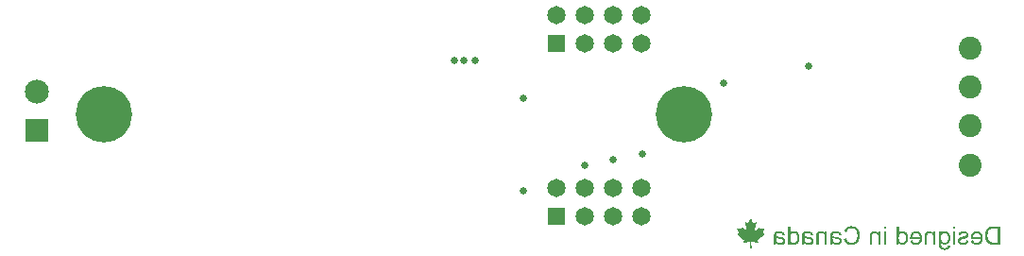
<source format=gbs>
G04*
G04 #@! TF.GenerationSoftware,Altium Limited,Altium Designer,21.3.1 (25)*
G04*
G04 Layer_Color=16711935*
%FSLAX25Y25*%
%MOIN*%
G70*
G04*
G04 #@! TF.SameCoordinates,28642905-D900-4296-AB16-E10C3E418D5C*
G04*
G04*
G04 #@! TF.FilePolarity,Negative*
G04*
G01*
G75*
%ADD52C,0.19885*%
%ADD53C,0.06499*%
%ADD54R,0.06499X0.06499*%
%ADD55C,0.08074*%
%ADD56R,0.08468X0.08468*%
%ADD57C,0.08468*%
%ADD58C,0.02562*%
G36*
X267123Y-94190D02*
X267003Y-96551D01*
X267487Y-96551D01*
X267366Y-94234D01*
X267370Y-94187D01*
X267402Y-94099D01*
X267463Y-94028D01*
X267544Y-93981D01*
X267589Y-93969D01*
X267598Y-93968D01*
X267617Y-93968D01*
X267636Y-93969D01*
X267655Y-93970D01*
X267664Y-93971D01*
X267664D01*
X269970Y-94376D01*
X269659Y-93517D01*
X269657Y-93509D01*
X269654Y-93494D01*
X269651Y-93479D01*
X269649Y-93464D01*
X269648Y-93456D01*
X269649Y-93437D01*
X269658Y-93399D01*
X269674Y-93364D01*
X269698Y-93334D01*
X269713Y-93321D01*
X269713Y-93321D01*
X272239Y-91275D01*
X271670Y-91009D01*
X271648Y-90997D01*
X271612Y-90964D01*
X271585Y-90923D01*
X271572Y-90876D01*
X271570Y-90851D01*
X271570Y-90844D01*
X271571Y-90830D01*
X271573Y-90817D01*
X271577Y-90803D01*
X271579Y-90797D01*
D01*
X272078Y-89261D01*
X270623Y-89570D01*
X270594Y-89571D01*
X270536Y-89560D01*
X270485Y-89533D01*
X270443Y-89492D01*
X270427Y-89468D01*
X270427D01*
X270145Y-88805D01*
X269009Y-90024D01*
X268996Y-90036D01*
X268967Y-90056D01*
X268935Y-90070D01*
X268900Y-90077D01*
X268882Y-90078D01*
X268851Y-90074D01*
X268793Y-90052D01*
X268746Y-90010D01*
X268717Y-89956D01*
X268709Y-89925D01*
X268709Y-89918D01*
X268710Y-89905D01*
X268710Y-89891D01*
X268711Y-89877D01*
X268711Y-89871D01*
X268711Y-89871D01*
X269259Y-87046D01*
X268381Y-87553D01*
X268371Y-87559D01*
X268349Y-87568D01*
X268327Y-87574D01*
X268304Y-87577D01*
X268292Y-87577D01*
X268268Y-87576D01*
X268222Y-87563D01*
X268181Y-87537D01*
X268149Y-87502D01*
X268137Y-87481D01*
Y-87481D01*
X267245Y-85730D01*
X266354Y-87481D01*
X266341Y-87502D01*
X266309Y-87537D01*
X266268Y-87563D01*
X266222Y-87576D01*
X266198Y-87577D01*
X266186Y-87577D01*
X266163Y-87574D01*
X266141Y-87568D01*
X266120Y-87559D01*
X266109Y-87553D01*
X266109D01*
X265231Y-87046D01*
X265779Y-89871D01*
X265778Y-89905D01*
X265759Y-89971D01*
X265719Y-90027D01*
X265662Y-90065D01*
X265629Y-90077D01*
Y-90077D01*
X265609Y-90077D01*
X265569Y-90071D01*
X265531Y-90058D01*
X265496Y-90037D01*
X265481Y-90024D01*
X265481Y-90024D01*
X264345Y-88805D01*
X264063Y-89468D01*
X264052Y-89490D01*
X264019Y-89529D01*
X263977Y-89557D01*
X263928Y-89572D01*
X263903Y-89574D01*
Y-89574D01*
X262412Y-89261D01*
X262912Y-90797D01*
X262913Y-90803D01*
X262917Y-90817D01*
X262919Y-90830D01*
X262920Y-90844D01*
X262920Y-90851D01*
X262918Y-90876D01*
X262905Y-90923D01*
X262878Y-90964D01*
X262842Y-90997D01*
X262820Y-91009D01*
X262820D01*
X262251Y-91275D01*
X264778Y-93321D01*
X264792Y-93334D01*
X264816Y-93364D01*
X264832Y-93399D01*
X264841Y-93437D01*
X264842Y-93456D01*
X264842D01*
X264842Y-93464D01*
X264841Y-93479D01*
X264838Y-93495D01*
X264834Y-93510D01*
X264831Y-93517D01*
Y-93517D01*
X264520Y-94376D01*
X266826Y-93971D01*
X266833Y-93970D01*
X266847Y-93969D01*
X266861Y-93968D01*
X266875Y-93967D01*
X266882Y-93967D01*
X266927Y-93973D01*
X267008Y-94008D01*
X267073Y-94068D01*
X267113Y-94147D01*
X267123Y-94190D01*
D01*
D02*
G37*
G36*
X339378Y-89534D02*
X338591D01*
Y-88627D01*
X339378D01*
Y-89534D01*
D02*
G37*
G36*
X315003Y-89534D02*
X314216D01*
Y-88627D01*
X315003D01*
Y-89534D01*
D02*
G37*
G36*
X335803Y-90290D02*
X335909Y-90296D01*
X336116Y-90334D01*
X336209Y-90352D01*
X336297Y-90377D01*
X336378Y-90409D01*
X336453Y-90434D01*
X336522Y-90465D01*
X336584Y-90490D01*
X336634Y-90521D01*
X336678Y-90540D01*
X336716Y-90559D01*
X336741Y-90578D01*
X336753Y-90584D01*
X336759Y-90590D01*
X336922Y-90715D01*
X337059Y-90852D01*
X337178Y-90996D01*
X337278Y-91140D01*
X337359Y-91265D01*
X337391Y-91321D01*
X337416Y-91365D01*
X337434Y-91403D01*
X337447Y-91434D01*
X337459Y-91452D01*
Y-91459D01*
X337541Y-91671D01*
X337597Y-91890D01*
X337641Y-92096D01*
X337653Y-92190D01*
X337666Y-92284D01*
X337678Y-92371D01*
X337684Y-92446D01*
X337691Y-92515D01*
Y-92577D01*
X337697Y-92628D01*
Y-92659D01*
Y-92684D01*
Y-92690D01*
X337691Y-92865D01*
X337672Y-93040D01*
X337647Y-93203D01*
X337616Y-93353D01*
X337578Y-93502D01*
X337534Y-93634D01*
X337484Y-93765D01*
X337434Y-93878D01*
X337391Y-93984D01*
X337341Y-94077D01*
X337297Y-94159D01*
X337259Y-94221D01*
X337228Y-94278D01*
X337203Y-94315D01*
X337184Y-94340D01*
X337178Y-94346D01*
X337072Y-94465D01*
X336966Y-94571D01*
X336847Y-94665D01*
X336722Y-94746D01*
X336603Y-94809D01*
X336478Y-94865D01*
X336359Y-94909D01*
X336241Y-94946D01*
X336128Y-94977D01*
X336028Y-94996D01*
X335934Y-95015D01*
X335853Y-95021D01*
X335791Y-95028D01*
X335741Y-95034D01*
X335697D01*
X335553Y-95028D01*
X335422Y-95009D01*
X335291Y-94977D01*
X335172Y-94940D01*
X335059Y-94890D01*
X334953Y-94840D01*
X334853Y-94790D01*
X334766Y-94727D01*
X334684Y-94671D01*
X334616Y-94621D01*
X334553Y-94565D01*
X334503Y-94521D01*
X334459Y-94484D01*
X334434Y-94453D01*
X334416Y-94434D01*
X334409Y-94428D01*
Y-94565D01*
Y-94690D01*
Y-94809D01*
X334416Y-94909D01*
X334422Y-95003D01*
Y-95084D01*
X334428Y-95159D01*
X334434Y-95221D01*
X334441Y-95271D01*
X334447Y-95315D01*
X334453Y-95353D01*
Y-95384D01*
X334459Y-95409D01*
X334466Y-95421D01*
Y-95434D01*
X334516Y-95571D01*
X334572Y-95696D01*
X334641Y-95802D01*
X334709Y-95890D01*
X334772Y-95959D01*
X334822Y-96009D01*
X334859Y-96034D01*
X334866Y-96046D01*
X334872D01*
X334991Y-96121D01*
X335128Y-96178D01*
X335266Y-96215D01*
X335403Y-96240D01*
X335528Y-96259D01*
X335578Y-96265D01*
X335622D01*
X335666Y-96271D01*
X335716D01*
X335897Y-96259D01*
X336053Y-96234D01*
X336191Y-96202D01*
X336303Y-96159D01*
X336397Y-96115D01*
X336434Y-96096D01*
X336459Y-96084D01*
X336484Y-96065D01*
X336503Y-96059D01*
X336509Y-96046D01*
X336516D01*
X336591Y-95977D01*
X336647Y-95896D01*
X336691Y-95815D01*
X336728Y-95727D01*
X336753Y-95653D01*
X336766Y-95590D01*
X336772Y-95565D01*
X336778Y-95546D01*
Y-95540D01*
Y-95534D01*
X337541Y-95421D01*
Y-95559D01*
X337522Y-95684D01*
X337503Y-95802D01*
X337472Y-95915D01*
X337434Y-96015D01*
X337391Y-96109D01*
X337347Y-96190D01*
X337303Y-96265D01*
X337253Y-96334D01*
X337209Y-96390D01*
X337166Y-96434D01*
X337128Y-96478D01*
X337097Y-96509D01*
X337066Y-96527D01*
X337053Y-96540D01*
X337047Y-96546D01*
X336947Y-96615D01*
X336841Y-96671D01*
X336734Y-96721D01*
X336622Y-96765D01*
X336509Y-96796D01*
X336397Y-96828D01*
X336184Y-96871D01*
X336091Y-96890D01*
X335997Y-96903D01*
X335916Y-96909D01*
X335847Y-96915D01*
X335791Y-96921D01*
X335709D01*
X335459Y-96909D01*
X335341Y-96896D01*
X335228Y-96877D01*
X335128Y-96859D01*
X335028Y-96840D01*
X334941Y-96815D01*
X334859Y-96790D01*
X334784Y-96765D01*
X334722Y-96740D01*
X334666Y-96721D01*
X334622Y-96702D01*
X334584Y-96684D01*
X334553Y-96671D01*
X334541Y-96659D01*
X334534D01*
X334366Y-96552D01*
X334222Y-96434D01*
X334103Y-96315D01*
X334003Y-96202D01*
X333928Y-96096D01*
X333897Y-96052D01*
X333878Y-96015D01*
X333859Y-95984D01*
X333847Y-95959D01*
X333834Y-95946D01*
Y-95940D01*
X333797Y-95846D01*
X333759Y-95746D01*
X333728Y-95634D01*
X333703Y-95509D01*
X333666Y-95259D01*
X333634Y-95003D01*
X333628Y-94884D01*
X333622Y-94778D01*
X333616Y-94671D01*
Y-94584D01*
X333609Y-94509D01*
Y-94459D01*
Y-94421D01*
Y-94409D01*
Y-90390D01*
X334334D01*
Y-90946D01*
X334434Y-90828D01*
X334547Y-90728D01*
X334659Y-90640D01*
X334772Y-90565D01*
X334884Y-90496D01*
X334997Y-90446D01*
X335109Y-90403D01*
X335209Y-90365D01*
X335309Y-90340D01*
X335403Y-90321D01*
X335484Y-90302D01*
X335553Y-90296D01*
X335609Y-90290D01*
X335653Y-90284D01*
X335691D01*
X335803Y-90290D01*
D02*
G37*
G36*
X297353Y-90290D02*
X297553Y-90309D01*
X297734Y-90340D01*
X297816Y-90352D01*
X297884Y-90365D01*
X297953Y-90384D01*
X298016Y-90396D01*
X298066Y-90415D01*
X298109Y-90428D01*
X298147Y-90434D01*
X298172Y-90446D01*
X298184Y-90452D01*
X298191D01*
X298347Y-90521D01*
X298491Y-90596D01*
X298609Y-90671D01*
X298703Y-90746D01*
X298784Y-90815D01*
X298841Y-90871D01*
X298872Y-90909D01*
X298884Y-90915D01*
Y-90921D01*
X298966Y-91040D01*
X299034Y-91171D01*
X299097Y-91303D01*
X299141Y-91427D01*
X299178Y-91540D01*
X299191Y-91590D01*
X299203Y-91634D01*
X299209Y-91665D01*
X299216Y-91690D01*
X299222Y-91709D01*
Y-91715D01*
X298453Y-91821D01*
X298428Y-91734D01*
X298403Y-91653D01*
X298372Y-91571D01*
X298341Y-91502D01*
X298309Y-91440D01*
X298278Y-91384D01*
X298209Y-91290D01*
X298153Y-91221D01*
X298109Y-91171D01*
X298078Y-91140D01*
X298066Y-91134D01*
X298016Y-91096D01*
X297953Y-91065D01*
X297828Y-91015D01*
X297691Y-90984D01*
X297559Y-90959D01*
X297441Y-90946D01*
X297391Y-90940D01*
X297341Y-90934D01*
X297147D01*
X297047Y-90946D01*
X296947Y-90959D01*
X296866Y-90978D01*
X296784Y-90996D01*
X296709Y-91021D01*
X296641Y-91040D01*
X296584Y-91065D01*
X296528Y-91090D01*
X296484Y-91115D01*
X296447Y-91140D01*
X296416Y-91159D01*
X296391Y-91177D01*
X296372Y-91190D01*
X296366Y-91196D01*
X296359Y-91202D01*
X296322Y-91240D01*
X296284Y-91290D01*
X296228Y-91390D01*
X296191Y-91509D01*
X296159Y-91615D01*
X296147Y-91721D01*
X296141Y-91765D01*
Y-91803D01*
X296134Y-91840D01*
Y-91865D01*
Y-91878D01*
Y-91884D01*
Y-91903D01*
Y-91934D01*
Y-92002D01*
X296141Y-92034D01*
Y-92059D01*
Y-92077D01*
Y-92084D01*
X296228Y-92115D01*
X296328Y-92140D01*
X296434Y-92171D01*
X296547Y-92196D01*
X296778Y-92240D01*
X297009Y-92284D01*
X297116Y-92296D01*
X297216Y-92315D01*
X297309Y-92327D01*
X297384Y-92340D01*
X297447Y-92346D01*
X297497Y-92352D01*
X297528Y-92359D01*
X297541D01*
X297703Y-92378D01*
X297847Y-92402D01*
X297966Y-92421D01*
X298066Y-92440D01*
X298141Y-92453D01*
X298197Y-92465D01*
X298228Y-92478D01*
X298241D01*
X298353Y-92515D01*
X298459Y-92553D01*
X298553Y-92596D01*
X298641Y-92640D01*
X298709Y-92677D01*
X298759Y-92709D01*
X298791Y-92728D01*
X298803Y-92734D01*
X298891Y-92803D01*
X298972Y-92878D01*
X299041Y-92953D01*
X299097Y-93028D01*
X299147Y-93090D01*
X299178Y-93140D01*
X299203Y-93177D01*
X299209Y-93184D01*
Y-93190D01*
X299259Y-93296D01*
X299297Y-93409D01*
X299322Y-93509D01*
X299341Y-93609D01*
X299353Y-93690D01*
X299359Y-93759D01*
Y-93784D01*
Y-93802D01*
Y-93809D01*
Y-93815D01*
X299353Y-93921D01*
X299341Y-94021D01*
X299322Y-94121D01*
X299297Y-94209D01*
X299266Y-94296D01*
X299228Y-94371D01*
X299197Y-94446D01*
X299153Y-94509D01*
X299116Y-94571D01*
X299084Y-94621D01*
X299047Y-94665D01*
X299016Y-94703D01*
X298991Y-94734D01*
X298972Y-94753D01*
X298959Y-94765D01*
X298953Y-94771D01*
X298872Y-94834D01*
X298784Y-94890D01*
X298691Y-94940D01*
X298597Y-94984D01*
X298497Y-95021D01*
X298397Y-95052D01*
X298209Y-95096D01*
X298122Y-95109D01*
X298041Y-95121D01*
X297966Y-95127D01*
X297903Y-95134D01*
X297853Y-95140D01*
X297778D01*
X297609Y-95134D01*
X297447Y-95115D01*
X297303Y-95090D01*
X297172Y-95065D01*
X297116Y-95052D01*
X297066Y-95040D01*
X297022Y-95028D01*
X296984Y-95015D01*
X296953Y-95003D01*
X296934Y-94996D01*
X296922Y-94990D01*
X296916D01*
X296766Y-94921D01*
X296609Y-94840D01*
X296472Y-94753D01*
X296341Y-94665D01*
X296234Y-94584D01*
X296184Y-94552D01*
X296147Y-94521D01*
X296116Y-94496D01*
X296091Y-94477D01*
X296078Y-94465D01*
X296072Y-94459D01*
X296053Y-94577D01*
X296034Y-94690D01*
X296009Y-94784D01*
X295978Y-94871D01*
X295953Y-94940D01*
X295928Y-94990D01*
X295916Y-95021D01*
X295909Y-95034D01*
X295091D01*
X295141Y-94934D01*
X295184Y-94834D01*
X295222Y-94746D01*
X295247Y-94659D01*
X295266Y-94590D01*
X295278Y-94534D01*
X295291Y-94496D01*
Y-94484D01*
X295297Y-94421D01*
X295309Y-94340D01*
X295316Y-94246D01*
X295322Y-94140D01*
Y-94028D01*
X295328Y-93915D01*
X295334Y-93678D01*
Y-93559D01*
X295341Y-93453D01*
Y-93353D01*
Y-93265D01*
Y-93196D01*
Y-93140D01*
Y-93103D01*
Y-93090D01*
Y-92040D01*
Y-91946D01*
Y-91859D01*
X295347Y-91777D01*
Y-91703D01*
X295353Y-91640D01*
Y-91578D01*
X295359Y-91527D01*
Y-91478D01*
X295372Y-91409D01*
X295378Y-91352D01*
X295384Y-91328D01*
Y-91315D01*
X295416Y-91196D01*
X295453Y-91096D01*
X295491Y-91003D01*
X295534Y-90921D01*
X295572Y-90859D01*
X295597Y-90815D01*
X295622Y-90790D01*
X295628Y-90777D01*
X295703Y-90702D01*
X295784Y-90634D01*
X295878Y-90571D01*
X295966Y-90521D01*
X296047Y-90484D01*
X296109Y-90452D01*
X296134Y-90440D01*
X296153Y-90434D01*
X296166Y-90428D01*
X296172D01*
X296322Y-90377D01*
X296478Y-90346D01*
X296641Y-90321D01*
X296791Y-90302D01*
X296859Y-90296D01*
X296928Y-90290D01*
X296984D01*
X297034Y-90284D01*
X297134D01*
X297353Y-90290D01*
D02*
G37*
G36*
X287403D02*
X287603Y-90309D01*
X287784Y-90340D01*
X287866Y-90352D01*
X287934Y-90365D01*
X288003Y-90384D01*
X288066Y-90396D01*
X288116Y-90415D01*
X288159Y-90428D01*
X288197Y-90434D01*
X288222Y-90446D01*
X288234Y-90452D01*
X288241D01*
X288397Y-90521D01*
X288541Y-90596D01*
X288659Y-90671D01*
X288753Y-90746D01*
X288834Y-90815D01*
X288891Y-90871D01*
X288922Y-90909D01*
X288934Y-90915D01*
Y-90921D01*
X289016Y-91040D01*
X289084Y-91171D01*
X289147Y-91303D01*
X289191Y-91427D01*
X289228Y-91540D01*
X289241Y-91590D01*
X289253Y-91634D01*
X289259Y-91665D01*
X289266Y-91690D01*
X289272Y-91709D01*
Y-91715D01*
X288503Y-91821D01*
X288478Y-91734D01*
X288453Y-91653D01*
X288422Y-91571D01*
X288391Y-91502D01*
X288359Y-91440D01*
X288328Y-91384D01*
X288259Y-91290D01*
X288203Y-91221D01*
X288159Y-91171D01*
X288128Y-91140D01*
X288116Y-91134D01*
X288066Y-91096D01*
X288003Y-91065D01*
X287878Y-91015D01*
X287741Y-90984D01*
X287609Y-90959D01*
X287491Y-90946D01*
X287441Y-90940D01*
X287391Y-90934D01*
X287197D01*
X287097Y-90946D01*
X286997Y-90959D01*
X286916Y-90978D01*
X286834Y-90996D01*
X286759Y-91021D01*
X286691Y-91040D01*
X286634Y-91065D01*
X286578Y-91090D01*
X286534Y-91115D01*
X286497Y-91140D01*
X286466Y-91159D01*
X286441Y-91177D01*
X286422Y-91190D01*
X286416Y-91196D01*
X286409Y-91202D01*
X286372Y-91240D01*
X286334Y-91290D01*
X286278Y-91390D01*
X286241Y-91509D01*
X286209Y-91615D01*
X286197Y-91721D01*
X286191Y-91765D01*
Y-91803D01*
X286184Y-91840D01*
Y-91865D01*
Y-91878D01*
Y-91884D01*
Y-91903D01*
Y-91934D01*
Y-92002D01*
X286191Y-92034D01*
Y-92059D01*
Y-92077D01*
Y-92084D01*
X286278Y-92115D01*
X286378Y-92140D01*
X286484Y-92171D01*
X286597Y-92196D01*
X286828Y-92240D01*
X287059Y-92284D01*
X287166Y-92296D01*
X287266Y-92315D01*
X287359Y-92327D01*
X287434Y-92340D01*
X287497Y-92346D01*
X287547Y-92352D01*
X287578Y-92359D01*
X287591D01*
X287753Y-92378D01*
X287897Y-92402D01*
X288016Y-92421D01*
X288116Y-92440D01*
X288191Y-92453D01*
X288247Y-92465D01*
X288278Y-92478D01*
X288291D01*
X288403Y-92515D01*
X288509Y-92553D01*
X288603Y-92596D01*
X288691Y-92640D01*
X288759Y-92677D01*
X288809Y-92709D01*
X288841Y-92728D01*
X288853Y-92734D01*
X288941Y-92803D01*
X289022Y-92878D01*
X289091Y-92953D01*
X289147Y-93028D01*
X289197Y-93090D01*
X289228Y-93140D01*
X289253Y-93177D01*
X289259Y-93184D01*
Y-93190D01*
X289309Y-93296D01*
X289347Y-93409D01*
X289372Y-93509D01*
X289391Y-93609D01*
X289403Y-93690D01*
X289409Y-93759D01*
Y-93784D01*
Y-93802D01*
Y-93809D01*
Y-93815D01*
X289403Y-93921D01*
X289391Y-94021D01*
X289372Y-94121D01*
X289347Y-94209D01*
X289316Y-94296D01*
X289278Y-94371D01*
X289247Y-94446D01*
X289203Y-94509D01*
X289166Y-94571D01*
X289134Y-94621D01*
X289097Y-94665D01*
X289066Y-94703D01*
X289041Y-94734D01*
X289022Y-94753D01*
X289009Y-94765D01*
X289003Y-94771D01*
X288922Y-94834D01*
X288834Y-94890D01*
X288741Y-94940D01*
X288647Y-94984D01*
X288547Y-95021D01*
X288447Y-95052D01*
X288259Y-95096D01*
X288172Y-95109D01*
X288091Y-95121D01*
X288016Y-95127D01*
X287953Y-95134D01*
X287903Y-95140D01*
X287828D01*
X287659Y-95134D01*
X287497Y-95115D01*
X287353Y-95090D01*
X287222Y-95065D01*
X287166Y-95052D01*
X287116Y-95040D01*
X287072Y-95028D01*
X287034Y-95015D01*
X287003Y-95003D01*
X286984Y-94996D01*
X286972Y-94990D01*
X286966D01*
X286816Y-94921D01*
X286659Y-94840D01*
X286522Y-94753D01*
X286391Y-94665D01*
X286284Y-94584D01*
X286234Y-94552D01*
X286197Y-94521D01*
X286166Y-94496D01*
X286141Y-94477D01*
X286128Y-94465D01*
X286122Y-94459D01*
X286103Y-94577D01*
X286084Y-94690D01*
X286059Y-94784D01*
X286028Y-94871D01*
X286003Y-94940D01*
X285978Y-94990D01*
X285966Y-95021D01*
X285959Y-95034D01*
X285141D01*
X285191Y-94934D01*
X285234Y-94834D01*
X285272Y-94746D01*
X285297Y-94659D01*
X285316Y-94590D01*
X285328Y-94534D01*
X285341Y-94496D01*
Y-94484D01*
X285347Y-94421D01*
X285359Y-94340D01*
X285366Y-94246D01*
X285372Y-94140D01*
Y-94028D01*
X285378Y-93915D01*
X285384Y-93678D01*
Y-93559D01*
X285391Y-93453D01*
Y-93353D01*
Y-93265D01*
Y-93196D01*
Y-93140D01*
Y-93103D01*
Y-93090D01*
Y-92040D01*
Y-91946D01*
Y-91859D01*
X285397Y-91777D01*
Y-91703D01*
X285403Y-91640D01*
Y-91578D01*
X285409Y-91527D01*
Y-91478D01*
X285422Y-91409D01*
X285428Y-91352D01*
X285434Y-91328D01*
Y-91315D01*
X285466Y-91196D01*
X285503Y-91096D01*
X285541Y-91003D01*
X285584Y-90921D01*
X285622Y-90859D01*
X285647Y-90815D01*
X285672Y-90790D01*
X285678Y-90777D01*
X285753Y-90702D01*
X285834Y-90634D01*
X285928Y-90571D01*
X286016Y-90521D01*
X286097Y-90484D01*
X286159Y-90452D01*
X286184Y-90440D01*
X286203Y-90434D01*
X286216Y-90428D01*
X286222D01*
X286372Y-90377D01*
X286528Y-90346D01*
X286691Y-90321D01*
X286841Y-90302D01*
X286909Y-90296D01*
X286978Y-90290D01*
X287034D01*
X287084Y-90284D01*
X287184D01*
X287403Y-90290D01*
D02*
G37*
G36*
X277453D02*
X277653Y-90309D01*
X277834Y-90340D01*
X277916Y-90352D01*
X277984Y-90365D01*
X278053Y-90384D01*
X278116Y-90396D01*
X278166Y-90415D01*
X278209Y-90428D01*
X278247Y-90434D01*
X278272Y-90446D01*
X278284Y-90452D01*
X278291D01*
X278447Y-90521D01*
X278591Y-90596D01*
X278709Y-90671D01*
X278803Y-90746D01*
X278884Y-90815D01*
X278941Y-90871D01*
X278972Y-90909D01*
X278984Y-90915D01*
Y-90921D01*
X279066Y-91040D01*
X279134Y-91171D01*
X279197Y-91303D01*
X279241Y-91427D01*
X279278Y-91540D01*
X279291Y-91590D01*
X279303Y-91634D01*
X279309Y-91665D01*
X279316Y-91690D01*
X279322Y-91709D01*
Y-91715D01*
X278553Y-91821D01*
X278528Y-91734D01*
X278503Y-91653D01*
X278472Y-91571D01*
X278441Y-91502D01*
X278409Y-91440D01*
X278378Y-91384D01*
X278309Y-91290D01*
X278253Y-91221D01*
X278209Y-91171D01*
X278178Y-91140D01*
X278166Y-91134D01*
X278116Y-91096D01*
X278053Y-91065D01*
X277928Y-91015D01*
X277791Y-90984D01*
X277659Y-90959D01*
X277541Y-90946D01*
X277491Y-90940D01*
X277441Y-90934D01*
X277247D01*
X277147Y-90946D01*
X277047Y-90959D01*
X276966Y-90978D01*
X276884Y-90996D01*
X276809Y-91021D01*
X276741Y-91040D01*
X276684Y-91065D01*
X276628Y-91090D01*
X276584Y-91115D01*
X276547Y-91140D01*
X276516Y-91159D01*
X276491Y-91177D01*
X276472Y-91190D01*
X276466Y-91196D01*
X276459Y-91202D01*
X276422Y-91240D01*
X276384Y-91290D01*
X276328Y-91390D01*
X276291Y-91509D01*
X276259Y-91615D01*
X276247Y-91721D01*
X276241Y-91765D01*
Y-91803D01*
X276234Y-91840D01*
Y-91865D01*
Y-91878D01*
Y-91884D01*
Y-91903D01*
Y-91934D01*
Y-92002D01*
X276241Y-92034D01*
Y-92059D01*
Y-92077D01*
Y-92084D01*
X276328Y-92115D01*
X276428Y-92140D01*
X276534Y-92171D01*
X276647Y-92196D01*
X276878Y-92240D01*
X277109Y-92284D01*
X277216Y-92296D01*
X277316Y-92315D01*
X277409Y-92327D01*
X277484Y-92340D01*
X277547Y-92346D01*
X277597Y-92352D01*
X277628Y-92359D01*
X277641D01*
X277803Y-92378D01*
X277947Y-92402D01*
X278066Y-92421D01*
X278166Y-92440D01*
X278241Y-92453D01*
X278297Y-92465D01*
X278328Y-92478D01*
X278341D01*
X278453Y-92515D01*
X278559Y-92553D01*
X278653Y-92596D01*
X278741Y-92640D01*
X278809Y-92677D01*
X278859Y-92709D01*
X278891Y-92728D01*
X278903Y-92734D01*
X278991Y-92803D01*
X279072Y-92878D01*
X279141Y-92953D01*
X279197Y-93028D01*
X279247Y-93090D01*
X279278Y-93140D01*
X279303Y-93177D01*
X279309Y-93184D01*
Y-93190D01*
X279359Y-93296D01*
X279397Y-93409D01*
X279422Y-93509D01*
X279441Y-93609D01*
X279453Y-93690D01*
X279459Y-93759D01*
Y-93784D01*
Y-93802D01*
Y-93809D01*
Y-93815D01*
X279453Y-93921D01*
X279441Y-94021D01*
X279422Y-94121D01*
X279397Y-94209D01*
X279366Y-94296D01*
X279328Y-94371D01*
X279297Y-94446D01*
X279253Y-94509D01*
X279216Y-94571D01*
X279184Y-94621D01*
X279147Y-94665D01*
X279116Y-94703D01*
X279091Y-94734D01*
X279072Y-94753D01*
X279059Y-94765D01*
X279053Y-94771D01*
X278972Y-94834D01*
X278884Y-94890D01*
X278791Y-94940D01*
X278697Y-94984D01*
X278597Y-95021D01*
X278497Y-95052D01*
X278309Y-95096D01*
X278222Y-95109D01*
X278141Y-95121D01*
X278066Y-95127D01*
X278003Y-95134D01*
X277953Y-95140D01*
X277878D01*
X277709Y-95134D01*
X277547Y-95115D01*
X277403Y-95090D01*
X277272Y-95065D01*
X277216Y-95052D01*
X277166Y-95040D01*
X277122Y-95028D01*
X277084Y-95015D01*
X277053Y-95003D01*
X277034Y-94996D01*
X277022Y-94990D01*
X277016D01*
X276866Y-94921D01*
X276709Y-94840D01*
X276572Y-94753D01*
X276441Y-94665D01*
X276334Y-94584D01*
X276284Y-94552D01*
X276247Y-94521D01*
X276216Y-94496D01*
X276191Y-94477D01*
X276178Y-94465D01*
X276172Y-94459D01*
X276153Y-94577D01*
X276134Y-94690D01*
X276109Y-94784D01*
X276078Y-94871D01*
X276053Y-94940D01*
X276028Y-94990D01*
X276016Y-95021D01*
X276009Y-95034D01*
X275191D01*
X275241Y-94934D01*
X275284Y-94834D01*
X275322Y-94746D01*
X275347Y-94659D01*
X275366Y-94590D01*
X275378Y-94534D01*
X275391Y-94496D01*
Y-94484D01*
X275397Y-94421D01*
X275409Y-94340D01*
X275416Y-94246D01*
X275422Y-94140D01*
Y-94028D01*
X275428Y-93915D01*
X275434Y-93678D01*
Y-93559D01*
X275441Y-93453D01*
Y-93353D01*
Y-93265D01*
Y-93196D01*
Y-93140D01*
Y-93103D01*
Y-93090D01*
Y-92040D01*
Y-91946D01*
Y-91859D01*
X275447Y-91777D01*
Y-91703D01*
X275453Y-91640D01*
Y-91578D01*
X275459Y-91527D01*
Y-91478D01*
X275472Y-91409D01*
X275478Y-91352D01*
X275484Y-91328D01*
Y-91315D01*
X275516Y-91196D01*
X275553Y-91096D01*
X275591Y-91003D01*
X275634Y-90921D01*
X275672Y-90859D01*
X275697Y-90815D01*
X275722Y-90790D01*
X275728Y-90777D01*
X275803Y-90702D01*
X275884Y-90634D01*
X275978Y-90571D01*
X276066Y-90521D01*
X276147Y-90484D01*
X276209Y-90452D01*
X276234Y-90440D01*
X276253Y-90434D01*
X276266Y-90428D01*
X276272D01*
X276422Y-90377D01*
X276578Y-90346D01*
X276741Y-90321D01*
X276891Y-90302D01*
X276959Y-90296D01*
X277028Y-90290D01*
X277084D01*
X277134Y-90284D01*
X277234D01*
X277453Y-90290D01*
D02*
G37*
G36*
X302834Y-88521D02*
X302991Y-88534D01*
X303134Y-88552D01*
X303278Y-88578D01*
X303416Y-88603D01*
X303547Y-88640D01*
X303666Y-88671D01*
X303772Y-88709D01*
X303878Y-88746D01*
X303966Y-88778D01*
X304047Y-88815D01*
X304109Y-88840D01*
X304166Y-88865D01*
X304203Y-88884D01*
X304228Y-88896D01*
X304234Y-88902D01*
X304366Y-88977D01*
X304484Y-89065D01*
X304597Y-89152D01*
X304703Y-89246D01*
X304797Y-89340D01*
X304891Y-89434D01*
X304972Y-89527D01*
X305041Y-89615D01*
X305109Y-89702D01*
X305166Y-89784D01*
X305209Y-89852D01*
X305253Y-89915D01*
X305284Y-89965D01*
X305303Y-90009D01*
X305316Y-90034D01*
X305322Y-90040D01*
X305391Y-90184D01*
X305447Y-90328D01*
X305497Y-90478D01*
X305541Y-90627D01*
X305578Y-90771D01*
X305609Y-90921D01*
X305634Y-91059D01*
X305653Y-91190D01*
X305672Y-91315D01*
X305684Y-91427D01*
X305691Y-91527D01*
X305697Y-91615D01*
X305703Y-91684D01*
Y-91740D01*
Y-91771D01*
Y-91784D01*
X305697Y-91953D01*
X305691Y-92121D01*
X305672Y-92284D01*
X305653Y-92440D01*
X305622Y-92590D01*
X305597Y-92734D01*
X305566Y-92865D01*
X305534Y-92990D01*
X305503Y-93103D01*
X305472Y-93203D01*
X305441Y-93290D01*
X305416Y-93365D01*
X305397Y-93421D01*
X305378Y-93465D01*
X305372Y-93490D01*
X305366Y-93502D01*
X305297Y-93646D01*
X305228Y-93784D01*
X305147Y-93909D01*
X305072Y-94028D01*
X304991Y-94140D01*
X304909Y-94240D01*
X304828Y-94327D01*
X304747Y-94409D01*
X304672Y-94484D01*
X304603Y-94546D01*
X304547Y-94603D01*
X304491Y-94640D01*
X304447Y-94678D01*
X304409Y-94703D01*
X304391Y-94715D01*
X304384Y-94721D01*
X304259Y-94796D01*
X304128Y-94859D01*
X303984Y-94915D01*
X303847Y-94965D01*
X303703Y-95003D01*
X303566Y-95040D01*
X303428Y-95065D01*
X303297Y-95090D01*
X303172Y-95103D01*
X303059Y-95115D01*
X302959Y-95127D01*
X302872Y-95134D01*
X302797Y-95140D01*
X302697D01*
X302516Y-95134D01*
X302334Y-95115D01*
X302172Y-95090D01*
X302009Y-95052D01*
X301859Y-95015D01*
X301722Y-94965D01*
X301591Y-94921D01*
X301472Y-94865D01*
X301372Y-94815D01*
X301278Y-94765D01*
X301197Y-94721D01*
X301128Y-94684D01*
X301072Y-94646D01*
X301034Y-94621D01*
X301009Y-94603D01*
X301003Y-94596D01*
X300878Y-94490D01*
X300759Y-94371D01*
X300659Y-94246D01*
X300559Y-94115D01*
X300472Y-93984D01*
X300391Y-93853D01*
X300322Y-93721D01*
X300259Y-93590D01*
X300209Y-93471D01*
X300159Y-93359D01*
X300122Y-93259D01*
X300091Y-93171D01*
X300072Y-93103D01*
X300053Y-93046D01*
X300041Y-93015D01*
Y-93002D01*
X300891Y-92790D01*
X300928Y-92934D01*
X300972Y-93071D01*
X301016Y-93203D01*
X301066Y-93321D01*
X301122Y-93427D01*
X301178Y-93528D01*
X301234Y-93621D01*
X301291Y-93703D01*
X301341Y-93771D01*
X301391Y-93834D01*
X301441Y-93890D01*
X301478Y-93934D01*
X301509Y-93965D01*
X301541Y-93990D01*
X301553Y-94002D01*
X301559Y-94009D01*
X301653Y-94077D01*
X301753Y-94140D01*
X301853Y-94196D01*
X301953Y-94246D01*
X302059Y-94284D01*
X302159Y-94315D01*
X302347Y-94365D01*
X302434Y-94384D01*
X302516Y-94396D01*
X302584Y-94402D01*
X302647Y-94409D01*
X302697Y-94415D01*
X302766D01*
X302872Y-94409D01*
X302978Y-94402D01*
X303184Y-94365D01*
X303366Y-94321D01*
X303453Y-94290D01*
X303528Y-94265D01*
X303603Y-94234D01*
X303666Y-94209D01*
X303722Y-94184D01*
X303766Y-94159D01*
X303803Y-94140D01*
X303828Y-94128D01*
X303847Y-94121D01*
X303853Y-94115D01*
X303941Y-94052D01*
X304028Y-93990D01*
X304178Y-93846D01*
X304303Y-93696D01*
X304409Y-93546D01*
X304491Y-93415D01*
X304522Y-93359D01*
X304547Y-93309D01*
X304566Y-93265D01*
X304578Y-93234D01*
X304591Y-93215D01*
Y-93209D01*
X304672Y-92971D01*
X304728Y-92728D01*
X304772Y-92484D01*
X304784Y-92371D01*
X304797Y-92265D01*
X304809Y-92159D01*
X304816Y-92071D01*
X304822Y-91984D01*
Y-91915D01*
X304828Y-91859D01*
Y-91815D01*
Y-91784D01*
Y-91777D01*
X304822Y-91546D01*
X304797Y-91321D01*
X304766Y-91115D01*
X304747Y-91015D01*
X304728Y-90927D01*
X304709Y-90846D01*
X304691Y-90771D01*
X304672Y-90709D01*
X304659Y-90653D01*
X304647Y-90609D01*
X304634Y-90578D01*
X304628Y-90559D01*
Y-90553D01*
X304584Y-90440D01*
X304541Y-90340D01*
X304491Y-90240D01*
X304434Y-90153D01*
X304378Y-90065D01*
X304322Y-89984D01*
X304266Y-89915D01*
X304203Y-89846D01*
X304153Y-89790D01*
X304103Y-89740D01*
X304053Y-89696D01*
X304016Y-89659D01*
X303978Y-89634D01*
X303953Y-89615D01*
X303941Y-89603D01*
X303934Y-89596D01*
X303841Y-89534D01*
X303741Y-89477D01*
X303634Y-89434D01*
X303534Y-89390D01*
X303428Y-89353D01*
X303328Y-89328D01*
X303128Y-89284D01*
X303041Y-89271D01*
X302959Y-89259D01*
X302884Y-89253D01*
X302822Y-89246D01*
X302766Y-89240D01*
X302697D01*
X302578Y-89246D01*
X302466Y-89253D01*
X302259Y-89290D01*
X302166Y-89315D01*
X302078Y-89340D01*
X301997Y-89371D01*
X301928Y-89403D01*
X301859Y-89434D01*
X301803Y-89465D01*
X301753Y-89490D01*
X301709Y-89515D01*
X301678Y-89534D01*
X301653Y-89552D01*
X301641Y-89559D01*
X301634Y-89565D01*
X301559Y-89627D01*
X301484Y-89702D01*
X301353Y-89859D01*
X301241Y-90027D01*
X301147Y-90190D01*
X301109Y-90271D01*
X301078Y-90340D01*
X301047Y-90409D01*
X301028Y-90465D01*
X301009Y-90509D01*
X300997Y-90546D01*
X300984Y-90571D01*
Y-90578D01*
X300147Y-90384D01*
X300203Y-90221D01*
X300259Y-90071D01*
X300328Y-89928D01*
X300403Y-89796D01*
X300478Y-89671D01*
X300553Y-89559D01*
X300628Y-89459D01*
X300703Y-89365D01*
X300778Y-89284D01*
X300847Y-89209D01*
X300903Y-89146D01*
X300959Y-89096D01*
X301003Y-89059D01*
X301034Y-89034D01*
X301059Y-89015D01*
X301066Y-89009D01*
X301191Y-88921D01*
X301322Y-88846D01*
X301459Y-88778D01*
X301597Y-88721D01*
X301728Y-88678D01*
X301866Y-88634D01*
X301997Y-88603D01*
X302116Y-88578D01*
X302234Y-88559D01*
X302341Y-88540D01*
X302434Y-88528D01*
X302516Y-88521D01*
X302584Y-88515D01*
X302678D01*
X302834Y-88521D01*
D02*
G37*
G36*
X347103Y-90290D02*
X347272Y-90309D01*
X347428Y-90346D01*
X347578Y-90384D01*
X347716Y-90434D01*
X347847Y-90490D01*
X347966Y-90546D01*
X348072Y-90609D01*
X348172Y-90671D01*
X348253Y-90728D01*
X348328Y-90784D01*
X348384Y-90834D01*
X348434Y-90871D01*
X348466Y-90903D01*
X348491Y-90927D01*
X348497Y-90934D01*
X348603Y-91059D01*
X348697Y-91196D01*
X348772Y-91340D01*
X348841Y-91490D01*
X348903Y-91646D01*
X348953Y-91796D01*
X348991Y-91946D01*
X349022Y-92084D01*
X349047Y-92221D01*
X349066Y-92346D01*
X349078Y-92459D01*
X349084Y-92559D01*
X349091Y-92640D01*
X349097Y-92703D01*
Y-92740D01*
Y-92746D01*
Y-92752D01*
X349091Y-92959D01*
X349072Y-93152D01*
X349041Y-93340D01*
X349003Y-93509D01*
X348959Y-93665D01*
X348909Y-93809D01*
X348853Y-93940D01*
X348797Y-94059D01*
X348747Y-94165D01*
X348691Y-94259D01*
X348641Y-94334D01*
X348597Y-94396D01*
X348559Y-94453D01*
X348528Y-94484D01*
X348509Y-94509D01*
X348503Y-94515D01*
X348384Y-94627D01*
X348259Y-94721D01*
X348128Y-94802D01*
X347997Y-94877D01*
X347859Y-94934D01*
X347728Y-94990D01*
X347597Y-95028D01*
X347466Y-95059D01*
X347347Y-95090D01*
X347241Y-95109D01*
X347141Y-95121D01*
X347053Y-95127D01*
X346984Y-95134D01*
X346928Y-95140D01*
X346884D01*
X346734Y-95134D01*
X346597Y-95121D01*
X346466Y-95103D01*
X346334Y-95078D01*
X346222Y-95052D01*
X346109Y-95015D01*
X346009Y-94984D01*
X345922Y-94946D01*
X345841Y-94909D01*
X345766Y-94877D01*
X345703Y-94840D01*
X345653Y-94815D01*
X345609Y-94790D01*
X345584Y-94771D01*
X345566Y-94759D01*
X345559Y-94753D01*
X345466Y-94678D01*
X345378Y-94590D01*
X345297Y-94503D01*
X345228Y-94415D01*
X345159Y-94321D01*
X345103Y-94227D01*
X345053Y-94134D01*
X345003Y-94046D01*
X344966Y-93965D01*
X344934Y-93890D01*
X344903Y-93821D01*
X344884Y-93759D01*
X344866Y-93709D01*
X344853Y-93671D01*
X344847Y-93646D01*
Y-93640D01*
X345659Y-93534D01*
X345697Y-93628D01*
X345734Y-93709D01*
X345772Y-93790D01*
X345809Y-93865D01*
X345891Y-93990D01*
X345972Y-94090D01*
X346041Y-94171D01*
X346097Y-94227D01*
X346134Y-94259D01*
X346141Y-94271D01*
X346147D01*
X346266Y-94346D01*
X346391Y-94402D01*
X346516Y-94440D01*
X346628Y-94465D01*
X346734Y-94484D01*
X346772Y-94490D01*
X346809D01*
X346841Y-94496D01*
X346884D01*
X346991Y-94490D01*
X347097Y-94477D01*
X347191Y-94459D01*
X347284Y-94434D01*
X347372Y-94402D01*
X347453Y-94365D01*
X347522Y-94334D01*
X347591Y-94290D01*
X347653Y-94253D01*
X347703Y-94221D01*
X347753Y-94184D01*
X347791Y-94152D01*
X347822Y-94128D01*
X347841Y-94109D01*
X347853Y-94096D01*
X347859Y-94090D01*
X347928Y-94009D01*
X347991Y-93921D01*
X348041Y-93827D01*
X348091Y-93734D01*
X348128Y-93640D01*
X348166Y-93540D01*
X348222Y-93353D01*
X348241Y-93259D01*
X348253Y-93177D01*
X348266Y-93103D01*
X348278Y-93040D01*
X348284Y-92990D01*
X348291Y-92946D01*
Y-92921D01*
Y-92915D01*
X344822D01*
Y-92865D01*
X344816Y-92827D01*
Y-92790D01*
Y-92759D01*
Y-92740D01*
Y-92721D01*
Y-92709D01*
X344822Y-92496D01*
X344841Y-92303D01*
X344872Y-92115D01*
X344909Y-91946D01*
X344953Y-91784D01*
X345003Y-91640D01*
X345059Y-91502D01*
X345109Y-91384D01*
X345166Y-91277D01*
X345222Y-91184D01*
X345272Y-91102D01*
X345316Y-91040D01*
X345353Y-90990D01*
X345384Y-90952D01*
X345403Y-90927D01*
X345409Y-90921D01*
X345522Y-90809D01*
X345641Y-90709D01*
X345766Y-90627D01*
X345897Y-90553D01*
X346022Y-90490D01*
X346147Y-90440D01*
X346272Y-90396D01*
X346391Y-90365D01*
X346497Y-90340D01*
X346603Y-90315D01*
X346697Y-90302D01*
X346772Y-90296D01*
X346841Y-90290D01*
X346884Y-90284D01*
X346928D01*
X347103Y-90290D01*
D02*
G37*
G36*
X325716Y-90290D02*
X325884Y-90309D01*
X326041Y-90346D01*
X326191Y-90384D01*
X326328Y-90434D01*
X326459Y-90490D01*
X326578Y-90546D01*
X326684Y-90609D01*
X326784Y-90671D01*
X326866Y-90728D01*
X326941Y-90784D01*
X326997Y-90834D01*
X327047Y-90871D01*
X327078Y-90903D01*
X327103Y-90927D01*
X327109Y-90934D01*
X327216Y-91059D01*
X327309Y-91196D01*
X327384Y-91340D01*
X327453Y-91490D01*
X327516Y-91646D01*
X327566Y-91796D01*
X327603Y-91946D01*
X327634Y-92084D01*
X327659Y-92221D01*
X327678Y-92346D01*
X327691Y-92459D01*
X327697Y-92559D01*
X327703Y-92640D01*
X327709Y-92703D01*
Y-92740D01*
Y-92746D01*
Y-92752D01*
X327703Y-92959D01*
X327684Y-93152D01*
X327653Y-93340D01*
X327616Y-93509D01*
X327572Y-93665D01*
X327522Y-93809D01*
X327466Y-93940D01*
X327409Y-94059D01*
X327359Y-94165D01*
X327303Y-94259D01*
X327253Y-94334D01*
X327209Y-94396D01*
X327172Y-94453D01*
X327141Y-94484D01*
X327122Y-94509D01*
X327116Y-94515D01*
X326997Y-94627D01*
X326872Y-94721D01*
X326741Y-94802D01*
X326609Y-94877D01*
X326472Y-94934D01*
X326341Y-94990D01*
X326209Y-95028D01*
X326078Y-95059D01*
X325959Y-95090D01*
X325853Y-95109D01*
X325753Y-95121D01*
X325666Y-95127D01*
X325597Y-95134D01*
X325541Y-95140D01*
X325497D01*
X325347Y-95134D01*
X325209Y-95121D01*
X325078Y-95103D01*
X324947Y-95078D01*
X324834Y-95052D01*
X324722Y-95015D01*
X324622Y-94984D01*
X324534Y-94946D01*
X324453Y-94909D01*
X324378Y-94877D01*
X324316Y-94840D01*
X324266Y-94815D01*
X324222Y-94790D01*
X324197Y-94771D01*
X324178Y-94759D01*
X324172Y-94753D01*
X324078Y-94678D01*
X323991Y-94590D01*
X323909Y-94503D01*
X323841Y-94415D01*
X323772Y-94321D01*
X323716Y-94227D01*
X323666Y-94134D01*
X323616Y-94046D01*
X323578Y-93965D01*
X323547Y-93890D01*
X323516Y-93821D01*
X323497Y-93759D01*
X323478Y-93709D01*
X323466Y-93671D01*
X323459Y-93646D01*
Y-93640D01*
X324272Y-93534D01*
X324309Y-93628D01*
X324347Y-93709D01*
X324384Y-93790D01*
X324422Y-93865D01*
X324503Y-93990D01*
X324584Y-94090D01*
X324653Y-94171D01*
X324709Y-94227D01*
X324747Y-94259D01*
X324753Y-94271D01*
X324759D01*
X324878Y-94346D01*
X325003Y-94402D01*
X325128Y-94440D01*
X325241Y-94465D01*
X325347Y-94484D01*
X325384Y-94490D01*
X325422D01*
X325453Y-94496D01*
X325497D01*
X325603Y-94490D01*
X325709Y-94477D01*
X325803Y-94459D01*
X325897Y-94434D01*
X325984Y-94402D01*
X326066Y-94365D01*
X326134Y-94334D01*
X326203Y-94290D01*
X326266Y-94253D01*
X326316Y-94221D01*
X326366Y-94184D01*
X326403Y-94152D01*
X326434Y-94128D01*
X326453Y-94109D01*
X326466Y-94096D01*
X326472Y-94090D01*
X326541Y-94009D01*
X326603Y-93921D01*
X326653Y-93827D01*
X326703Y-93734D01*
X326741Y-93640D01*
X326778Y-93540D01*
X326834Y-93353D01*
X326853Y-93259D01*
X326866Y-93177D01*
X326878Y-93103D01*
X326891Y-93040D01*
X326897Y-92990D01*
X326903Y-92946D01*
Y-92921D01*
Y-92915D01*
X323434Y-92915D01*
Y-92865D01*
X323428Y-92827D01*
Y-92790D01*
Y-92759D01*
Y-92740D01*
Y-92721D01*
Y-92709D01*
X323434Y-92496D01*
X323453Y-92303D01*
X323484Y-92115D01*
X323522Y-91946D01*
X323566Y-91784D01*
X323616Y-91640D01*
X323672Y-91502D01*
X323722Y-91384D01*
X323778Y-91277D01*
X323834Y-91184D01*
X323884Y-91102D01*
X323928Y-91040D01*
X323966Y-90990D01*
X323997Y-90952D01*
X324016Y-90927D01*
X324022Y-90921D01*
X324134Y-90809D01*
X324253Y-90709D01*
X324378Y-90627D01*
X324509Y-90553D01*
X324634Y-90490D01*
X324759Y-90440D01*
X324884Y-90396D01*
X325003Y-90365D01*
X325109Y-90340D01*
X325216Y-90315D01*
X325309Y-90302D01*
X325384Y-90296D01*
X325453Y-90290D01*
X325497Y-90284D01*
X325541D01*
X325716Y-90290D01*
D02*
G37*
G36*
X355197Y-95034D02*
X352884D01*
X352672Y-95028D01*
X352478Y-95015D01*
X352303Y-95003D01*
X352228Y-94990D01*
X352153Y-94977D01*
X352091Y-94971D01*
X352028Y-94959D01*
X351978Y-94952D01*
X351941Y-94946D01*
X351903Y-94940D01*
X351878Y-94934D01*
X351866Y-94928D01*
X351859D01*
X351697Y-94884D01*
X351547Y-94834D01*
X351416Y-94778D01*
X351303Y-94727D01*
X351216Y-94684D01*
X351178Y-94659D01*
X351147Y-94646D01*
X351122Y-94627D01*
X351103Y-94615D01*
X351097Y-94609D01*
X351091D01*
X350972Y-94521D01*
X350866Y-94428D01*
X350766Y-94334D01*
X350678Y-94240D01*
X350609Y-94152D01*
X350553Y-94090D01*
X350534Y-94065D01*
X350522Y-94046D01*
X350509Y-94034D01*
Y-94028D01*
X350416Y-93884D01*
X350328Y-93727D01*
X350253Y-93571D01*
X350191Y-93421D01*
X350166Y-93359D01*
X350141Y-93296D01*
X350122Y-93240D01*
X350103Y-93190D01*
X350091Y-93152D01*
X350078Y-93121D01*
X350072Y-93103D01*
Y-93096D01*
X350016Y-92878D01*
X349972Y-92652D01*
X349941Y-92434D01*
X349928Y-92334D01*
X349916Y-92234D01*
X349909Y-92140D01*
X349903Y-92059D01*
Y-91984D01*
X349897Y-91921D01*
Y-91865D01*
Y-91827D01*
Y-91803D01*
Y-91796D01*
X349909Y-91484D01*
X349922Y-91340D01*
X349934Y-91196D01*
X349953Y-91065D01*
X349978Y-90940D01*
X350003Y-90821D01*
X350022Y-90715D01*
X350047Y-90621D01*
X350072Y-90534D01*
X350091Y-90459D01*
X350116Y-90396D01*
X350128Y-90346D01*
X350141Y-90309D01*
X350153Y-90284D01*
Y-90277D01*
X350259Y-90040D01*
X350316Y-89928D01*
X350378Y-89821D01*
X350441Y-89727D01*
X350503Y-89640D01*
X350566Y-89552D01*
X350622Y-89477D01*
X350684Y-89415D01*
X350734Y-89353D01*
X350784Y-89302D01*
X350828Y-89259D01*
X350859Y-89227D01*
X350884Y-89202D01*
X350903Y-89190D01*
X350909Y-89184D01*
X351059Y-89065D01*
X351222Y-88971D01*
X351378Y-88890D01*
X351528Y-88828D01*
X351597Y-88802D01*
X351659Y-88778D01*
X351709Y-88759D01*
X351759Y-88746D01*
X351797Y-88734D01*
X351828Y-88727D01*
X351847Y-88721D01*
X351853D01*
X351928Y-88702D01*
X352016Y-88690D01*
X352197Y-88665D01*
X352384Y-88652D01*
X352572Y-88640D01*
X352653Y-88634D01*
X352734D01*
X352803Y-88627D01*
X355197D01*
Y-95034D01*
D02*
G37*
G36*
X339378D02*
X338591D01*
Y-90390D01*
X339378D01*
Y-95034D01*
D02*
G37*
G36*
X330416Y-90290D02*
X330584Y-90315D01*
X330734Y-90352D01*
X330878Y-90403D01*
X331009Y-90459D01*
X331134Y-90527D01*
X331241Y-90596D01*
X331341Y-90665D01*
X331428Y-90740D01*
X331503Y-90809D01*
X331566Y-90871D01*
X331622Y-90934D01*
X331659Y-90984D01*
X331691Y-91021D01*
X331709Y-91046D01*
X331716Y-91053D01*
Y-90390D01*
X332422D01*
Y-95034D01*
X331634D01*
Y-92496D01*
X331628Y-92334D01*
X331616Y-92190D01*
X331603Y-92053D01*
X331578Y-91934D01*
X331553Y-91821D01*
X331522Y-91721D01*
X331484Y-91634D01*
X331453Y-91559D01*
X331422Y-91496D01*
X331384Y-91440D01*
X331353Y-91390D01*
X331328Y-91352D01*
X331303Y-91328D01*
X331284Y-91303D01*
X331278Y-91296D01*
X331272Y-91290D01*
X331203Y-91234D01*
X331128Y-91184D01*
X331059Y-91140D01*
X330984Y-91102D01*
X330841Y-91046D01*
X330703Y-91003D01*
X330584Y-90984D01*
X330534Y-90978D01*
X330491Y-90971D01*
X330459Y-90965D01*
X330409D01*
X330297Y-90971D01*
X330191Y-90990D01*
X330097Y-91009D01*
X330016Y-91034D01*
X329947Y-91065D01*
X329903Y-91084D01*
X329872Y-91102D01*
X329859Y-91109D01*
X329778Y-91165D01*
X329709Y-91228D01*
X329653Y-91290D01*
X329609Y-91352D01*
X329578Y-91409D01*
X329553Y-91452D01*
X329541Y-91478D01*
X329534Y-91490D01*
X329503Y-91590D01*
X329478Y-91703D01*
X329466Y-91821D01*
X329453Y-91940D01*
X329447Y-92046D01*
X329441Y-92090D01*
Y-92128D01*
Y-92165D01*
Y-92190D01*
Y-92203D01*
Y-92209D01*
Y-95034D01*
X328653D01*
Y-92184D01*
Y-92084D01*
Y-91990D01*
X328659Y-91909D01*
Y-91834D01*
X328666Y-91759D01*
Y-91696D01*
X328672Y-91640D01*
Y-91590D01*
X328678Y-91553D01*
X328684Y-91515D01*
X328691Y-91459D01*
X328697Y-91427D01*
Y-91415D01*
X328728Y-91290D01*
X328766Y-91184D01*
X328809Y-91084D01*
X328847Y-90996D01*
X328884Y-90927D01*
X328916Y-90877D01*
X328941Y-90846D01*
X328947Y-90834D01*
X329022Y-90746D01*
X329103Y-90671D01*
X329191Y-90602D01*
X329272Y-90546D01*
X329353Y-90503D01*
X329416Y-90465D01*
X329441Y-90452D01*
X329459Y-90446D01*
X329466Y-90440D01*
X329472D01*
X329603Y-90390D01*
X329741Y-90352D01*
X329866Y-90321D01*
X329984Y-90302D01*
X330091Y-90290D01*
X330134D01*
X330172Y-90284D01*
X330241D01*
X330416Y-90290D01*
D02*
G37*
G36*
X315003Y-95034D02*
X314216D01*
Y-90390D01*
X315003D01*
Y-95034D01*
D02*
G37*
G36*
X311016Y-90290D02*
X311184Y-90315D01*
X311334Y-90352D01*
X311478Y-90403D01*
X311609Y-90459D01*
X311734Y-90527D01*
X311841Y-90596D01*
X311941Y-90665D01*
X312028Y-90740D01*
X312103Y-90809D01*
X312166Y-90871D01*
X312222Y-90934D01*
X312259Y-90984D01*
X312291Y-91021D01*
X312309Y-91046D01*
X312316Y-91053D01*
Y-90390D01*
X313022D01*
Y-95034D01*
X312234D01*
Y-92496D01*
X312228Y-92334D01*
X312216Y-92190D01*
X312203Y-92053D01*
X312178Y-91934D01*
X312153Y-91821D01*
X312122Y-91721D01*
X312084Y-91634D01*
X312053Y-91559D01*
X312022Y-91496D01*
X311984Y-91440D01*
X311953Y-91390D01*
X311928Y-91352D01*
X311903Y-91328D01*
X311884Y-91303D01*
X311878Y-91296D01*
X311872Y-91290D01*
X311803Y-91234D01*
X311728Y-91184D01*
X311659Y-91140D01*
X311584Y-91102D01*
X311441Y-91046D01*
X311303Y-91003D01*
X311184Y-90984D01*
X311134Y-90978D01*
X311091Y-90971D01*
X311059Y-90965D01*
X311009D01*
X310897Y-90971D01*
X310791Y-90990D01*
X310697Y-91009D01*
X310616Y-91034D01*
X310547Y-91065D01*
X310503Y-91084D01*
X310472Y-91102D01*
X310459Y-91109D01*
X310378Y-91165D01*
X310309Y-91228D01*
X310253Y-91290D01*
X310209Y-91352D01*
X310178Y-91409D01*
X310153Y-91452D01*
X310141Y-91478D01*
X310134Y-91490D01*
X310103Y-91590D01*
X310078Y-91703D01*
X310066Y-91821D01*
X310053Y-91940D01*
X310047Y-92046D01*
X310041Y-92090D01*
Y-92128D01*
Y-92165D01*
Y-92190D01*
Y-92203D01*
Y-92209D01*
Y-95034D01*
X309253D01*
Y-92184D01*
Y-92084D01*
Y-91990D01*
X309259Y-91909D01*
Y-91834D01*
X309266Y-91759D01*
Y-91696D01*
X309272Y-91640D01*
Y-91590D01*
X309278Y-91553D01*
X309284Y-91515D01*
X309291Y-91459D01*
X309297Y-91427D01*
Y-91415D01*
X309328Y-91290D01*
X309366Y-91184D01*
X309409Y-91084D01*
X309447Y-90996D01*
X309484Y-90927D01*
X309516Y-90877D01*
X309541Y-90846D01*
X309547Y-90834D01*
X309622Y-90746D01*
X309703Y-90671D01*
X309791Y-90602D01*
X309872Y-90546D01*
X309953Y-90503D01*
X310016Y-90465D01*
X310041Y-90452D01*
X310059Y-90446D01*
X310066Y-90440D01*
X310072D01*
X310203Y-90390D01*
X310341Y-90352D01*
X310466Y-90321D01*
X310584Y-90302D01*
X310691Y-90290D01*
X310734D01*
X310772Y-90284D01*
X310841D01*
X311016Y-90290D01*
D02*
G37*
G36*
X292116D02*
X292284Y-90315D01*
X292434Y-90352D01*
X292578Y-90403D01*
X292709Y-90459D01*
X292834Y-90527D01*
X292941Y-90596D01*
X293041Y-90665D01*
X293128Y-90740D01*
X293203Y-90809D01*
X293266Y-90871D01*
X293322Y-90934D01*
X293359Y-90984D01*
X293391Y-91021D01*
X293409Y-91046D01*
X293416Y-91053D01*
Y-90390D01*
X294122D01*
Y-95034D01*
X293334D01*
Y-92496D01*
X293328Y-92334D01*
X293316Y-92190D01*
X293303Y-92053D01*
X293278Y-91934D01*
X293253Y-91821D01*
X293222Y-91721D01*
X293184Y-91634D01*
X293153Y-91559D01*
X293122Y-91496D01*
X293084Y-91440D01*
X293053Y-91390D01*
X293028Y-91352D01*
X293003Y-91328D01*
X292984Y-91303D01*
X292978Y-91296D01*
X292972Y-91290D01*
X292903Y-91234D01*
X292828Y-91184D01*
X292759Y-91140D01*
X292684Y-91102D01*
X292541Y-91046D01*
X292403Y-91003D01*
X292284Y-90984D01*
X292234Y-90978D01*
X292191Y-90971D01*
X292159Y-90965D01*
X292109D01*
X291997Y-90971D01*
X291891Y-90990D01*
X291797Y-91009D01*
X291716Y-91034D01*
X291647Y-91065D01*
X291603Y-91084D01*
X291572Y-91102D01*
X291559Y-91109D01*
X291478Y-91165D01*
X291409Y-91228D01*
X291353Y-91290D01*
X291309Y-91352D01*
X291278Y-91409D01*
X291253Y-91452D01*
X291241Y-91478D01*
X291234Y-91490D01*
X291203Y-91590D01*
X291178Y-91703D01*
X291166Y-91821D01*
X291153Y-91940D01*
X291147Y-92046D01*
X291141Y-92090D01*
Y-92128D01*
Y-92165D01*
Y-92190D01*
Y-92203D01*
Y-92209D01*
Y-95034D01*
X290353D01*
Y-92184D01*
Y-92084D01*
Y-91990D01*
X290359Y-91909D01*
Y-91834D01*
X290366Y-91759D01*
Y-91696D01*
X290372Y-91640D01*
Y-91590D01*
X290378Y-91553D01*
X290384Y-91515D01*
X290391Y-91459D01*
X290397Y-91427D01*
Y-91415D01*
X290428Y-91290D01*
X290466Y-91184D01*
X290509Y-91084D01*
X290547Y-90996D01*
X290584Y-90927D01*
X290616Y-90877D01*
X290641Y-90846D01*
X290647Y-90834D01*
X290722Y-90746D01*
X290803Y-90671D01*
X290891Y-90602D01*
X290972Y-90546D01*
X291053Y-90503D01*
X291116Y-90465D01*
X291141Y-90452D01*
X291159Y-90446D01*
X291166Y-90440D01*
X291172D01*
X291303Y-90390D01*
X291441Y-90352D01*
X291566Y-90321D01*
X291684Y-90302D01*
X291791Y-90290D01*
X291834D01*
X291872Y-90284D01*
X291941D01*
X292116Y-90290D01*
D02*
G37*
G36*
X342466Y-90290D02*
X342591Y-90296D01*
X342709Y-90315D01*
X342809Y-90334D01*
X342897Y-90352D01*
X342959Y-90365D01*
X342984Y-90371D01*
X343003Y-90377D01*
X343009Y-90384D01*
X343016D01*
X343128Y-90421D01*
X343228Y-90459D01*
X343309Y-90496D01*
X343384Y-90534D01*
X343441Y-90565D01*
X343478Y-90584D01*
X343509Y-90602D01*
X343516Y-90609D01*
X343603Y-90677D01*
X343678Y-90753D01*
X343747Y-90828D01*
X343803Y-90896D01*
X343847Y-90959D01*
X343878Y-91009D01*
X343897Y-91040D01*
X343903Y-91046D01*
Y-91053D01*
X343947Y-91153D01*
X343984Y-91252D01*
X344009Y-91352D01*
X344022Y-91440D01*
X344034Y-91515D01*
X344041Y-91571D01*
Y-91596D01*
Y-91615D01*
Y-91621D01*
Y-91628D01*
X344034Y-91752D01*
X344016Y-91865D01*
X343984Y-91971D01*
X343953Y-92065D01*
X343928Y-92140D01*
X343897Y-92196D01*
X343878Y-92234D01*
X343872Y-92240D01*
Y-92246D01*
X343797Y-92346D01*
X343716Y-92434D01*
X343634Y-92509D01*
X343553Y-92571D01*
X343478Y-92621D01*
X343422Y-92659D01*
X343397Y-92671D01*
X343378Y-92684D01*
X343372Y-92690D01*
X343366D01*
X343297Y-92721D01*
X343216Y-92752D01*
X343128Y-92784D01*
X343034Y-92815D01*
X342834Y-92878D01*
X342641Y-92934D01*
X342547Y-92965D01*
X342453Y-92990D01*
X342378Y-93009D01*
X342303Y-93028D01*
X342247Y-93046D01*
X342203Y-93053D01*
X342178Y-93065D01*
X342166D01*
X342053Y-93096D01*
X341947Y-93121D01*
X341853Y-93152D01*
X341766Y-93177D01*
X341691Y-93196D01*
X341628Y-93221D01*
X341572Y-93240D01*
X341522Y-93259D01*
X341478Y-93278D01*
X341447Y-93290D01*
X341416Y-93303D01*
X341397Y-93315D01*
X341366Y-93327D01*
X341359Y-93334D01*
X341278Y-93396D01*
X341222Y-93465D01*
X341178Y-93534D01*
X341153Y-93603D01*
X341134Y-93665D01*
X341128Y-93715D01*
X341122Y-93746D01*
Y-93752D01*
Y-93759D01*
Y-93815D01*
X341134Y-93865D01*
X341166Y-93965D01*
X341209Y-94052D01*
X341253Y-94128D01*
X341303Y-94190D01*
X341347Y-94240D01*
X341378Y-94265D01*
X341384Y-94278D01*
X341391D01*
X341441Y-94315D01*
X341503Y-94353D01*
X341628Y-94402D01*
X341759Y-94440D01*
X341891Y-94471D01*
X342009Y-94484D01*
X342066Y-94490D01*
X342109D01*
X342147Y-94496D01*
X342197D01*
X342384Y-94484D01*
X342553Y-94459D01*
X342697Y-94421D01*
X342759Y-94396D01*
X342816Y-94371D01*
X342866Y-94353D01*
X342909Y-94327D01*
X342947Y-94309D01*
X342978Y-94290D01*
X343003Y-94278D01*
X343022Y-94265D01*
X343028Y-94253D01*
X343034D01*
X343134Y-94146D01*
X343216Y-94034D01*
X343278Y-93915D01*
X343328Y-93796D01*
X343359Y-93690D01*
X343372Y-93646D01*
X343384Y-93603D01*
X343391Y-93571D01*
Y-93546D01*
X343397Y-93534D01*
Y-93528D01*
X344172Y-93652D01*
X344147Y-93784D01*
X344109Y-93909D01*
X344072Y-94028D01*
X344028Y-94140D01*
X343978Y-94240D01*
X343928Y-94327D01*
X343878Y-94409D01*
X343822Y-94484D01*
X343778Y-94552D01*
X343728Y-94609D01*
X343684Y-94652D01*
X343647Y-94696D01*
X343616Y-94727D01*
X343591Y-94746D01*
X343578Y-94759D01*
X343572Y-94765D01*
X343478Y-94834D01*
X343378Y-94890D01*
X343266Y-94940D01*
X343153Y-94984D01*
X343041Y-95015D01*
X342928Y-95046D01*
X342703Y-95090D01*
X342597Y-95109D01*
X342503Y-95121D01*
X342416Y-95127D01*
X342341Y-95134D01*
X342278Y-95140D01*
X342191D01*
X341991Y-95134D01*
X341803Y-95109D01*
X341641Y-95078D01*
X341566Y-95065D01*
X341491Y-95046D01*
X341428Y-95028D01*
X341372Y-95009D01*
X341328Y-94996D01*
X341284Y-94984D01*
X341253Y-94971D01*
X341228Y-94959D01*
X341216Y-94952D01*
X341209D01*
X341059Y-94877D01*
X340922Y-94790D01*
X340809Y-94703D01*
X340716Y-94615D01*
X340641Y-94534D01*
X340591Y-94471D01*
X340572Y-94446D01*
X340559Y-94428D01*
X340547Y-94421D01*
Y-94415D01*
X340472Y-94284D01*
X340416Y-94152D01*
X340372Y-94028D01*
X340347Y-93909D01*
X340328Y-93815D01*
X340322Y-93771D01*
Y-93740D01*
X340316Y-93709D01*
Y-93690D01*
Y-93678D01*
Y-93671D01*
X340322Y-93528D01*
X340347Y-93396D01*
X340378Y-93284D01*
X340409Y-93184D01*
X340447Y-93109D01*
X340478Y-93053D01*
X340503Y-93015D01*
X340509Y-93002D01*
X340584Y-92902D01*
X340672Y-92821D01*
X340753Y-92752D01*
X340841Y-92690D01*
X340916Y-92646D01*
X340972Y-92615D01*
X340997Y-92602D01*
X341016Y-92596D01*
X341022Y-92590D01*
X341028D01*
X341097Y-92565D01*
X341172Y-92534D01*
X341253Y-92502D01*
X341347Y-92471D01*
X341541Y-92409D01*
X341728Y-92352D01*
X341822Y-92327D01*
X341909Y-92303D01*
X341984Y-92277D01*
X342053Y-92259D01*
X342109Y-92240D01*
X342153Y-92234D01*
X342178Y-92221D01*
X342191D01*
X342291Y-92190D01*
X342384Y-92165D01*
X342466Y-92146D01*
X342541Y-92121D01*
X342603Y-92102D01*
X342666Y-92090D01*
X342709Y-92077D01*
X342753Y-92065D01*
X342791Y-92053D01*
X342816Y-92046D01*
X342859Y-92027D01*
X342878Y-92021D01*
X342884D01*
X342959Y-91984D01*
X343016Y-91953D01*
X343072Y-91915D01*
X343109Y-91884D01*
X343141Y-91852D01*
X343166Y-91827D01*
X343178Y-91815D01*
X343184Y-91809D01*
X343216Y-91759D01*
X343241Y-91715D01*
X343253Y-91665D01*
X343266Y-91621D01*
X343272Y-91590D01*
X343278Y-91559D01*
Y-91540D01*
Y-91534D01*
X343266Y-91446D01*
X343241Y-91365D01*
X343203Y-91290D01*
X343159Y-91228D01*
X343122Y-91177D01*
X343084Y-91140D01*
X343059Y-91115D01*
X343047Y-91109D01*
X342997Y-91078D01*
X342947Y-91046D01*
X342828Y-91003D01*
X342703Y-90971D01*
X342578Y-90952D01*
X342459Y-90934D01*
X342409D01*
X342366Y-90927D01*
X342278D01*
X342116Y-90934D01*
X341972Y-90959D01*
X341847Y-90990D01*
X341747Y-91027D01*
X341672Y-91071D01*
X341609Y-91102D01*
X341578Y-91128D01*
X341566Y-91134D01*
X341478Y-91215D01*
X341409Y-91303D01*
X341359Y-91396D01*
X341316Y-91484D01*
X341291Y-91565D01*
X341272Y-91634D01*
X341266Y-91653D01*
X341259Y-91671D01*
Y-91684D01*
Y-91690D01*
X340491Y-91584D01*
X340522Y-91427D01*
X340566Y-91284D01*
X340609Y-91165D01*
X340653Y-91059D01*
X340697Y-90978D01*
X340734Y-90921D01*
X340759Y-90884D01*
X340766Y-90871D01*
X340847Y-90777D01*
X340941Y-90690D01*
X341047Y-90621D01*
X341147Y-90559D01*
X341234Y-90509D01*
X341309Y-90478D01*
X341341Y-90465D01*
X341359Y-90452D01*
X341372Y-90446D01*
X341378D01*
X341534Y-90390D01*
X341703Y-90352D01*
X341859Y-90321D01*
X342009Y-90302D01*
X342078Y-90296D01*
X342141Y-90290D01*
X342197D01*
X342241Y-90284D01*
X342334D01*
X342466Y-90290D01*
D02*
G37*
G36*
X319522Y-90921D02*
X319603Y-90821D01*
X319691Y-90734D01*
X319784Y-90653D01*
X319866Y-90590D01*
X319941Y-90534D01*
X320003Y-90496D01*
X320028Y-90484D01*
X320047Y-90471D01*
X320053Y-90465D01*
X320059D01*
X320184Y-90403D01*
X320309Y-90359D01*
X320434Y-90328D01*
X320553Y-90309D01*
X320653Y-90290D01*
X320697D01*
X320734Y-90284D01*
X320803D01*
X320909Y-90290D01*
X321009Y-90296D01*
X321203Y-90334D01*
X321378Y-90377D01*
X321459Y-90409D01*
X321534Y-90434D01*
X321597Y-90465D01*
X321659Y-90490D01*
X321709Y-90521D01*
X321753Y-90540D01*
X321791Y-90559D01*
X321816Y-90578D01*
X321828Y-90584D01*
X321834Y-90590D01*
X321916Y-90646D01*
X321997Y-90715D01*
X322141Y-90852D01*
X322259Y-90996D01*
X322353Y-91134D01*
X322428Y-91265D01*
X322459Y-91315D01*
X322484Y-91365D01*
X322503Y-91403D01*
X322516Y-91434D01*
X322528Y-91452D01*
Y-91459D01*
X322603Y-91671D01*
X322659Y-91890D01*
X322703Y-92102D01*
X322716Y-92209D01*
X322728Y-92303D01*
X322741Y-92390D01*
X322747Y-92471D01*
X322753Y-92540D01*
Y-92602D01*
X322759Y-92652D01*
Y-92690D01*
Y-92715D01*
Y-92721D01*
X322747Y-92977D01*
X322722Y-93221D01*
X322703Y-93327D01*
X322678Y-93434D01*
X322659Y-93528D01*
X322634Y-93621D01*
X322609Y-93703D01*
X322591Y-93771D01*
X322566Y-93834D01*
X322547Y-93884D01*
X322534Y-93928D01*
X322522Y-93959D01*
X322509Y-93977D01*
Y-93984D01*
X322403Y-94178D01*
X322291Y-94346D01*
X322172Y-94490D01*
X322109Y-94552D01*
X322053Y-94615D01*
X322003Y-94665D01*
X321953Y-94709D01*
X321903Y-94746D01*
X321866Y-94778D01*
X321834Y-94802D01*
X321809Y-94821D01*
X321797Y-94828D01*
X321791Y-94834D01*
X321703Y-94890D01*
X321609Y-94934D01*
X321522Y-94977D01*
X321434Y-95009D01*
X321259Y-95065D01*
X321103Y-95103D01*
X321028Y-95115D01*
X320966Y-95121D01*
X320909Y-95127D01*
X320859Y-95134D01*
X320822Y-95140D01*
X320766D01*
X320609Y-95134D01*
X320466Y-95109D01*
X320328Y-95078D01*
X320203Y-95034D01*
X320084Y-94984D01*
X319978Y-94921D01*
X319878Y-94865D01*
X319797Y-94796D01*
X319716Y-94734D01*
X319653Y-94671D01*
X319597Y-94615D01*
X319547Y-94565D01*
X319509Y-94521D01*
X319484Y-94490D01*
X319472Y-94465D01*
X319466Y-94459D01*
Y-95034D01*
X318734D01*
Y-88627D01*
X319522D01*
Y-90921D01*
D02*
G37*
G36*
X281222D02*
X281303Y-90821D01*
X281391Y-90734D01*
X281484Y-90653D01*
X281566Y-90590D01*
X281641Y-90534D01*
X281703Y-90496D01*
X281728Y-90484D01*
X281747Y-90471D01*
X281753Y-90465D01*
X281759D01*
X281884Y-90403D01*
X282009Y-90359D01*
X282134Y-90328D01*
X282253Y-90309D01*
X282353Y-90290D01*
X282397D01*
X282434Y-90284D01*
X282503D01*
X282609Y-90290D01*
X282709Y-90296D01*
X282903Y-90334D01*
X283078Y-90377D01*
X283159Y-90409D01*
X283234Y-90434D01*
X283297Y-90465D01*
X283359Y-90490D01*
X283409Y-90521D01*
X283453Y-90540D01*
X283491Y-90559D01*
X283516Y-90578D01*
X283528Y-90584D01*
X283534Y-90590D01*
X283616Y-90646D01*
X283697Y-90715D01*
X283841Y-90852D01*
X283959Y-90996D01*
X284053Y-91134D01*
X284128Y-91265D01*
X284159Y-91315D01*
X284184Y-91365D01*
X284203Y-91403D01*
X284216Y-91434D01*
X284228Y-91452D01*
Y-91459D01*
X284303Y-91671D01*
X284359Y-91890D01*
X284403Y-92102D01*
X284416Y-92209D01*
X284428Y-92303D01*
X284441Y-92390D01*
X284447Y-92471D01*
X284453Y-92540D01*
Y-92602D01*
X284459Y-92652D01*
Y-92690D01*
Y-92715D01*
Y-92721D01*
X284447Y-92977D01*
X284422Y-93221D01*
X284403Y-93327D01*
X284378Y-93434D01*
X284359Y-93528D01*
X284334Y-93621D01*
X284309Y-93703D01*
X284291Y-93771D01*
X284266Y-93834D01*
X284247Y-93884D01*
X284234Y-93928D01*
X284222Y-93959D01*
X284209Y-93977D01*
Y-93984D01*
X284103Y-94178D01*
X283991Y-94346D01*
X283872Y-94490D01*
X283809Y-94552D01*
X283753Y-94615D01*
X283703Y-94665D01*
X283653Y-94709D01*
X283603Y-94746D01*
X283566Y-94778D01*
X283534Y-94802D01*
X283509Y-94821D01*
X283497Y-94828D01*
X283491Y-94834D01*
X283403Y-94890D01*
X283309Y-94934D01*
X283222Y-94977D01*
X283134Y-95009D01*
X282959Y-95065D01*
X282803Y-95103D01*
X282728Y-95115D01*
X282666Y-95121D01*
X282609Y-95127D01*
X282559Y-95134D01*
X282522Y-95140D01*
X282466D01*
X282309Y-95134D01*
X282166Y-95109D01*
X282028Y-95078D01*
X281903Y-95034D01*
X281784Y-94984D01*
X281678Y-94921D01*
X281578Y-94865D01*
X281497Y-94796D01*
X281416Y-94734D01*
X281353Y-94671D01*
X281297Y-94615D01*
X281247Y-94565D01*
X281209Y-94521D01*
X281184Y-94490D01*
X281172Y-94465D01*
X281166Y-94459D01*
Y-95034D01*
X280434D01*
Y-88627D01*
X281222D01*
Y-90921D01*
D02*
G37*
%LPC*%
G36*
X335684Y-90934D02*
X335634D01*
X335534Y-90940D01*
X335441Y-90952D01*
X335353Y-90971D01*
X335266Y-91003D01*
X335109Y-91071D01*
X335041Y-91109D01*
X334978Y-91153D01*
X334922Y-91190D01*
X334866Y-91234D01*
X334828Y-91271D01*
X334791Y-91303D01*
X334759Y-91334D01*
X334741Y-91352D01*
X334728Y-91365D01*
X334722Y-91371D01*
X334653Y-91459D01*
X334597Y-91553D01*
X334547Y-91653D01*
X334503Y-91752D01*
X334466Y-91859D01*
X334434Y-91965D01*
X334391Y-92177D01*
X334372Y-92271D01*
X334359Y-92365D01*
X334353Y-92446D01*
X334347Y-92515D01*
X334341Y-92577D01*
Y-92621D01*
Y-92646D01*
Y-92659D01*
X334347Y-92821D01*
X334359Y-92971D01*
X334372Y-93109D01*
X334397Y-93240D01*
X334428Y-93359D01*
X334459Y-93465D01*
X334491Y-93565D01*
X334522Y-93652D01*
X334559Y-93727D01*
X334591Y-93790D01*
X334622Y-93846D01*
X334653Y-93890D01*
X334678Y-93928D01*
X334691Y-93953D01*
X334703Y-93965D01*
X334709Y-93971D01*
X334778Y-94046D01*
X334853Y-94109D01*
X334928Y-94165D01*
X335009Y-94209D01*
X335084Y-94253D01*
X335159Y-94284D01*
X335303Y-94334D01*
X335372Y-94346D01*
X335428Y-94359D01*
X335484Y-94371D01*
X335528Y-94377D01*
X335572Y-94384D01*
X335622D01*
X335722Y-94377D01*
X335816Y-94365D01*
X335909Y-94346D01*
X335991Y-94315D01*
X336147Y-94253D01*
X336216Y-94215D01*
X336278Y-94171D01*
X336334Y-94134D01*
X336384Y-94096D01*
X336428Y-94065D01*
X336466Y-94028D01*
X336491Y-94002D01*
X336509Y-93984D01*
X336522Y-93971D01*
X336528Y-93965D01*
X336591Y-93884D01*
X336647Y-93790D01*
X336697Y-93684D01*
X336734Y-93577D01*
X336772Y-93471D01*
X336803Y-93359D01*
X336847Y-93140D01*
X336859Y-93040D01*
X336872Y-92946D01*
X336878Y-92859D01*
X336884Y-92784D01*
X336891Y-92721D01*
Y-92671D01*
Y-92646D01*
Y-92634D01*
X336884Y-92478D01*
X336872Y-92334D01*
X336859Y-92203D01*
X336834Y-92077D01*
X336809Y-91965D01*
X336778Y-91859D01*
X336741Y-91765D01*
X336709Y-91684D01*
X336678Y-91609D01*
X336641Y-91546D01*
X336609Y-91490D01*
X336584Y-91446D01*
X336559Y-91409D01*
X336541Y-91384D01*
X336534Y-91371D01*
X336528Y-91365D01*
X336459Y-91290D01*
X336384Y-91221D01*
X336309Y-91165D01*
X336234Y-91115D01*
X336159Y-91071D01*
X336084Y-91040D01*
X336009Y-91009D01*
X335941Y-90990D01*
X335878Y-90971D01*
X335822Y-90959D01*
X335766Y-90946D01*
X335722Y-90940D01*
X335684Y-90934D01*
D02*
G37*
G36*
X296141Y-92703D02*
X296134D01*
X296141Y-92996D01*
X296147Y-93177D01*
X296159Y-93340D01*
X296178Y-93471D01*
X296203Y-93584D01*
X296228Y-93671D01*
X296247Y-93734D01*
X296259Y-93771D01*
X296266Y-93778D01*
Y-93784D01*
X296334Y-93902D01*
X296416Y-94015D01*
X296503Y-94109D01*
X296591Y-94184D01*
X296672Y-94246D01*
X296734Y-94290D01*
X296759Y-94309D01*
X296772Y-94315D01*
X296784Y-94327D01*
X296791D01*
X296928Y-94390D01*
X297066Y-94440D01*
X297197Y-94471D01*
X297322Y-94496D01*
X297428Y-94509D01*
X297478Y-94515D01*
X297516D01*
X297547Y-94521D01*
X297591D01*
X297753Y-94515D01*
X297897Y-94490D01*
X298016Y-94459D01*
X298116Y-94415D01*
X298191Y-94377D01*
X298247Y-94346D01*
X298278Y-94321D01*
X298291Y-94315D01*
X298366Y-94234D01*
X298422Y-94140D01*
X298466Y-94052D01*
X298491Y-93971D01*
X298509Y-93902D01*
X298516Y-93840D01*
X298522Y-93802D01*
Y-93796D01*
Y-93790D01*
X298516Y-93715D01*
X298503Y-93646D01*
X298491Y-93577D01*
X298466Y-93528D01*
X298447Y-93477D01*
X298434Y-93446D01*
X298422Y-93421D01*
X298416Y-93415D01*
X298372Y-93353D01*
X298322Y-93303D01*
X298272Y-93259D01*
X298222Y-93221D01*
X298178Y-93196D01*
X298141Y-93177D01*
X298116Y-93165D01*
X298109Y-93159D01*
X298066Y-93140D01*
X298022Y-93128D01*
X297916Y-93096D01*
X297803Y-93071D01*
X297691Y-93046D01*
X297584Y-93028D01*
X297541Y-93021D01*
X297503Y-93015D01*
X297466Y-93009D01*
X297441Y-93002D01*
X297422D01*
X297266Y-92977D01*
X297122Y-92953D01*
X296984Y-92927D01*
X296859Y-92902D01*
X296741Y-92878D01*
X296641Y-92852D01*
X296541Y-92827D01*
X296459Y-92803D01*
X296384Y-92784D01*
X296316Y-92765D01*
X296259Y-92746D01*
X296216Y-92734D01*
X296178Y-92721D01*
X296153Y-92709D01*
X296141Y-92703D01*
D02*
G37*
G36*
X286191D02*
X286184D01*
X286191Y-92996D01*
X286197Y-93177D01*
X286209Y-93340D01*
X286228Y-93471D01*
X286253Y-93584D01*
X286278Y-93671D01*
X286297Y-93734D01*
X286309Y-93771D01*
X286316Y-93778D01*
Y-93784D01*
X286384Y-93902D01*
X286466Y-94015D01*
X286553Y-94109D01*
X286641Y-94184D01*
X286722Y-94246D01*
X286784Y-94290D01*
X286809Y-94309D01*
X286822Y-94315D01*
X286834Y-94327D01*
X286841D01*
X286978Y-94390D01*
X287116Y-94440D01*
X287247Y-94471D01*
X287372Y-94496D01*
X287478Y-94509D01*
X287528Y-94515D01*
X287566D01*
X287597Y-94521D01*
X287641D01*
X287803Y-94515D01*
X287947Y-94490D01*
X288066Y-94459D01*
X288166Y-94415D01*
X288241Y-94377D01*
X288297Y-94346D01*
X288328Y-94321D01*
X288341Y-94315D01*
X288416Y-94234D01*
X288472Y-94140D01*
X288516Y-94052D01*
X288541Y-93971D01*
X288559Y-93902D01*
X288566Y-93840D01*
X288572Y-93802D01*
Y-93796D01*
Y-93790D01*
X288566Y-93715D01*
X288553Y-93646D01*
X288541Y-93577D01*
X288516Y-93528D01*
X288497Y-93477D01*
X288484Y-93446D01*
X288472Y-93421D01*
X288466Y-93415D01*
X288422Y-93353D01*
X288372Y-93303D01*
X288322Y-93259D01*
X288272Y-93221D01*
X288228Y-93196D01*
X288191Y-93177D01*
X288166Y-93165D01*
X288159Y-93159D01*
X288116Y-93140D01*
X288072Y-93128D01*
X287966Y-93096D01*
X287853Y-93071D01*
X287741Y-93046D01*
X287634Y-93028D01*
X287591Y-93021D01*
X287553Y-93015D01*
X287516Y-93009D01*
X287491Y-93002D01*
X287472D01*
X287316Y-92977D01*
X287172Y-92953D01*
X287034Y-92927D01*
X286909Y-92902D01*
X286791Y-92878D01*
X286691Y-92852D01*
X286591Y-92827D01*
X286509Y-92803D01*
X286434Y-92784D01*
X286366Y-92765D01*
X286309Y-92746D01*
X286266Y-92734D01*
X286228Y-92721D01*
X286203Y-92709D01*
X286191Y-92703D01*
D02*
G37*
G36*
X276241D02*
X276234D01*
X276241Y-92996D01*
X276247Y-93177D01*
X276259Y-93340D01*
X276278Y-93471D01*
X276303Y-93584D01*
X276328Y-93671D01*
X276347Y-93734D01*
X276359Y-93771D01*
X276366Y-93778D01*
Y-93784D01*
X276434Y-93902D01*
X276516Y-94015D01*
X276603Y-94109D01*
X276691Y-94184D01*
X276772Y-94246D01*
X276834Y-94290D01*
X276859Y-94309D01*
X276872Y-94315D01*
X276884Y-94327D01*
X276891D01*
X277028Y-94390D01*
X277166Y-94440D01*
X277297Y-94471D01*
X277422Y-94496D01*
X277528Y-94509D01*
X277578Y-94515D01*
X277616D01*
X277647Y-94521D01*
X277691D01*
X277853Y-94515D01*
X277997Y-94490D01*
X278116Y-94459D01*
X278216Y-94415D01*
X278291Y-94377D01*
X278347Y-94346D01*
X278378Y-94321D01*
X278391Y-94315D01*
X278466Y-94234D01*
X278522Y-94140D01*
X278566Y-94052D01*
X278591Y-93971D01*
X278609Y-93902D01*
X278616Y-93840D01*
X278622Y-93802D01*
Y-93796D01*
Y-93790D01*
X278616Y-93715D01*
X278603Y-93646D01*
X278591Y-93577D01*
X278566Y-93528D01*
X278547Y-93477D01*
X278534Y-93446D01*
X278522Y-93421D01*
X278516Y-93415D01*
X278472Y-93353D01*
X278422Y-93303D01*
X278372Y-93259D01*
X278322Y-93221D01*
X278278Y-93196D01*
X278241Y-93177D01*
X278216Y-93165D01*
X278209Y-93159D01*
X278166Y-93140D01*
X278122Y-93128D01*
X278016Y-93096D01*
X277903Y-93071D01*
X277791Y-93046D01*
X277684Y-93028D01*
X277641Y-93021D01*
X277603Y-93015D01*
X277566Y-93009D01*
X277541Y-93002D01*
X277522D01*
X277366Y-92977D01*
X277222Y-92953D01*
X277084Y-92927D01*
X276959Y-92902D01*
X276841Y-92878D01*
X276741Y-92852D01*
X276641Y-92827D01*
X276559Y-92803D01*
X276484Y-92784D01*
X276416Y-92765D01*
X276359Y-92746D01*
X276316Y-92734D01*
X276278Y-92721D01*
X276253Y-92709D01*
X276241Y-92703D01*
D02*
G37*
G36*
X346978Y-90927D02*
X346928D01*
X346816Y-90934D01*
X346716Y-90946D01*
X346616Y-90971D01*
X346522Y-91003D01*
X346434Y-91034D01*
X346353Y-91071D01*
X346278Y-91115D01*
X346209Y-91159D01*
X346153Y-91202D01*
X346097Y-91246D01*
X346053Y-91284D01*
X346016Y-91315D01*
X345984Y-91346D01*
X345966Y-91371D01*
X345953Y-91384D01*
X345947Y-91390D01*
X345903Y-91446D01*
X345866Y-91515D01*
X345797Y-91653D01*
X345747Y-91796D01*
X345703Y-91940D01*
X345678Y-92071D01*
X345666Y-92128D01*
X345659Y-92177D01*
X345653Y-92215D01*
X345647Y-92246D01*
Y-92265D01*
Y-92271D01*
X348247D01*
X348234Y-92159D01*
X348216Y-92053D01*
X348197Y-91959D01*
X348166Y-91865D01*
X348134Y-91777D01*
X348103Y-91696D01*
X348066Y-91621D01*
X348028Y-91559D01*
X347991Y-91496D01*
X347959Y-91446D01*
X347928Y-91403D01*
X347897Y-91365D01*
X347872Y-91334D01*
X347859Y-91315D01*
X347847Y-91303D01*
X347841Y-91296D01*
X347772Y-91234D01*
X347697Y-91171D01*
X347622Y-91128D01*
X347541Y-91084D01*
X347466Y-91046D01*
X347391Y-91015D01*
X347247Y-90971D01*
X347178Y-90959D01*
X347122Y-90946D01*
X347066Y-90940D01*
X347016Y-90934D01*
X346978Y-90927D01*
D02*
G37*
G36*
X325591Y-90927D02*
X325541D01*
X325428Y-90934D01*
X325328Y-90946D01*
X325228Y-90971D01*
X325134Y-91003D01*
X325047Y-91034D01*
X324966Y-91071D01*
X324891Y-91115D01*
X324822Y-91159D01*
X324766Y-91202D01*
X324709Y-91246D01*
X324666Y-91284D01*
X324628Y-91315D01*
X324597Y-91346D01*
X324578Y-91371D01*
X324566Y-91384D01*
X324559Y-91390D01*
X324516Y-91446D01*
X324478Y-91515D01*
X324409Y-91653D01*
X324359Y-91796D01*
X324316Y-91940D01*
X324291Y-92071D01*
X324278Y-92128D01*
X324272Y-92177D01*
X324266Y-92215D01*
X324259Y-92246D01*
Y-92265D01*
Y-92271D01*
X326859Y-92271D01*
X326847Y-92159D01*
X326828Y-92053D01*
X326809Y-91959D01*
X326778Y-91865D01*
X326747Y-91777D01*
X326716Y-91696D01*
X326678Y-91621D01*
X326641Y-91559D01*
X326603Y-91496D01*
X326572Y-91446D01*
X326541Y-91403D01*
X326509Y-91365D01*
X326484Y-91334D01*
X326472Y-91315D01*
X326459Y-91303D01*
X326453Y-91296D01*
X326384Y-91234D01*
X326309Y-91171D01*
X326234Y-91128D01*
X326153Y-91084D01*
X326078Y-91046D01*
X326003Y-91015D01*
X325859Y-90971D01*
X325791Y-90959D01*
X325734Y-90946D01*
X325678Y-90940D01*
X325628Y-90934D01*
X325591Y-90927D01*
D02*
G37*
G36*
X354347Y-89384D02*
X352866D01*
X352741Y-89390D01*
X352622Y-89396D01*
X352516Y-89403D01*
X352416Y-89415D01*
X352322Y-89428D01*
X352247Y-89440D01*
X352172Y-89446D01*
X352109Y-89459D01*
X352053Y-89471D01*
X352009Y-89484D01*
X351972Y-89496D01*
X351947Y-89503D01*
X351928Y-89509D01*
X351916Y-89515D01*
X351909D01*
X351822Y-89552D01*
X351741Y-89603D01*
X351584Y-89709D01*
X351447Y-89828D01*
X351328Y-89952D01*
X351234Y-90065D01*
X351197Y-90115D01*
X351159Y-90159D01*
X351134Y-90196D01*
X351116Y-90221D01*
X351109Y-90240D01*
X351103Y-90246D01*
X351047Y-90352D01*
X350991Y-90465D01*
X350947Y-90590D01*
X350909Y-90715D01*
X350853Y-90971D01*
X350828Y-91096D01*
X350816Y-91215D01*
X350797Y-91334D01*
X350791Y-91440D01*
X350784Y-91534D01*
X350778Y-91621D01*
X350772Y-91690D01*
Y-91740D01*
Y-91771D01*
Y-91784D01*
X350778Y-92046D01*
X350784Y-92165D01*
X350797Y-92284D01*
X350809Y-92390D01*
X350828Y-92496D01*
X350841Y-92590D01*
X350853Y-92671D01*
X350872Y-92752D01*
X350884Y-92821D01*
X350903Y-92878D01*
X350916Y-92927D01*
X350922Y-92971D01*
X350934Y-92996D01*
X350941Y-93015D01*
Y-93021D01*
X351009Y-93203D01*
X351084Y-93359D01*
X351166Y-93496D01*
X351241Y-93615D01*
X351309Y-93709D01*
X351341Y-93740D01*
X351366Y-93771D01*
X351384Y-93796D01*
X351403Y-93815D01*
X351409Y-93821D01*
X351416Y-93827D01*
X351503Y-93902D01*
X351597Y-93971D01*
X351691Y-94028D01*
X351784Y-94077D01*
X351866Y-94115D01*
X351928Y-94140D01*
X351953Y-94152D01*
X351972Y-94159D01*
X351984Y-94165D01*
X351991D01*
X352059Y-94184D01*
X352134Y-94203D01*
X352297Y-94227D01*
X352459Y-94253D01*
X352622Y-94265D01*
X352697D01*
X352766Y-94271D01*
X352828D01*
X352878Y-94278D01*
X354347D01*
Y-89384D01*
D02*
G37*
G36*
X320778Y-90934D02*
X320728D01*
X320628Y-90940D01*
X320534Y-90952D01*
X320447Y-90978D01*
X320359Y-91003D01*
X320203Y-91078D01*
X320134Y-91115D01*
X320072Y-91159D01*
X320016Y-91202D01*
X319966Y-91240D01*
X319922Y-91277D01*
X319891Y-91315D01*
X319859Y-91340D01*
X319841Y-91365D01*
X319828Y-91378D01*
X319822Y-91384D01*
X319759Y-91471D01*
X319697Y-91571D01*
X319653Y-91677D01*
X319609Y-91790D01*
X319572Y-91909D01*
X319541Y-92021D01*
X319497Y-92252D01*
X319484Y-92359D01*
X319472Y-92459D01*
X319466Y-92553D01*
X319459Y-92628D01*
X319453Y-92690D01*
Y-92740D01*
Y-92771D01*
Y-92784D01*
X319459Y-92940D01*
X319466Y-93090D01*
X319484Y-93227D01*
X319509Y-93353D01*
X319534Y-93471D01*
X319566Y-93577D01*
X319603Y-93671D01*
X319634Y-93759D01*
X319666Y-93834D01*
X319703Y-93896D01*
X319734Y-93953D01*
X319759Y-93996D01*
X319784Y-94034D01*
X319797Y-94059D01*
X319809Y-94071D01*
X319816Y-94077D01*
X319884Y-94152D01*
X319959Y-94215D01*
X320028Y-94271D01*
X320103Y-94321D01*
X320178Y-94359D01*
X320253Y-94396D01*
X320391Y-94446D01*
X320509Y-94471D01*
X320559Y-94484D01*
X320603Y-94490D01*
X320641Y-94496D01*
X320691D01*
X320784Y-94490D01*
X320878Y-94477D01*
X320966Y-94459D01*
X321047Y-94428D01*
X321197Y-94359D01*
X321328Y-94278D01*
X321384Y-94234D01*
X321434Y-94196D01*
X321478Y-94159D01*
X321509Y-94128D01*
X321541Y-94096D01*
X321559Y-94077D01*
X321572Y-94065D01*
X321578Y-94059D01*
X321647Y-93971D01*
X321703Y-93871D01*
X321753Y-93771D01*
X321797Y-93665D01*
X321828Y-93553D01*
X321859Y-93440D01*
X321903Y-93221D01*
X321922Y-93121D01*
X321934Y-93028D01*
X321941Y-92940D01*
X321947Y-92865D01*
X321953Y-92809D01*
Y-92759D01*
Y-92734D01*
Y-92721D01*
X321947Y-92553D01*
X321941Y-92396D01*
X321922Y-92252D01*
X321897Y-92121D01*
X321872Y-91996D01*
X321841Y-91884D01*
X321809Y-91784D01*
X321778Y-91696D01*
X321747Y-91615D01*
X321716Y-91553D01*
X321684Y-91490D01*
X321659Y-91446D01*
X321634Y-91409D01*
X321616Y-91384D01*
X321609Y-91371D01*
X321603Y-91365D01*
X321534Y-91290D01*
X321466Y-91221D01*
X321391Y-91165D01*
X321316Y-91115D01*
X321247Y-91071D01*
X321172Y-91040D01*
X321103Y-91009D01*
X321034Y-90990D01*
X320909Y-90959D01*
X320859Y-90946D01*
X320816Y-90940D01*
X320778Y-90934D01*
D02*
G37*
G36*
X282478D02*
X282428D01*
X282328Y-90940D01*
X282234Y-90952D01*
X282147Y-90978D01*
X282059Y-91003D01*
X281903Y-91078D01*
X281834Y-91115D01*
X281772Y-91159D01*
X281716Y-91202D01*
X281666Y-91240D01*
X281622Y-91277D01*
X281591Y-91315D01*
X281559Y-91340D01*
X281541Y-91365D01*
X281528Y-91378D01*
X281522Y-91384D01*
X281459Y-91471D01*
X281397Y-91571D01*
X281353Y-91677D01*
X281309Y-91790D01*
X281272Y-91909D01*
X281241Y-92021D01*
X281197Y-92252D01*
X281184Y-92359D01*
X281172Y-92459D01*
X281166Y-92553D01*
X281159Y-92628D01*
X281153Y-92690D01*
Y-92740D01*
Y-92771D01*
Y-92784D01*
X281159Y-92940D01*
X281166Y-93090D01*
X281184Y-93227D01*
X281209Y-93353D01*
X281234Y-93471D01*
X281266Y-93577D01*
X281303Y-93671D01*
X281334Y-93759D01*
X281366Y-93834D01*
X281403Y-93896D01*
X281434Y-93953D01*
X281459Y-93996D01*
X281484Y-94034D01*
X281497Y-94059D01*
X281509Y-94071D01*
X281516Y-94077D01*
X281584Y-94152D01*
X281659Y-94215D01*
X281728Y-94271D01*
X281803Y-94321D01*
X281878Y-94359D01*
X281953Y-94396D01*
X282091Y-94446D01*
X282209Y-94471D01*
X282259Y-94484D01*
X282303Y-94490D01*
X282341Y-94496D01*
X282391D01*
X282484Y-94490D01*
X282578Y-94477D01*
X282666Y-94459D01*
X282747Y-94428D01*
X282897Y-94359D01*
X283028Y-94278D01*
X283084Y-94234D01*
X283134Y-94196D01*
X283178Y-94159D01*
X283209Y-94128D01*
X283241Y-94096D01*
X283259Y-94077D01*
X283272Y-94065D01*
X283278Y-94059D01*
X283347Y-93971D01*
X283403Y-93871D01*
X283453Y-93771D01*
X283497Y-93665D01*
X283528Y-93553D01*
X283559Y-93440D01*
X283603Y-93221D01*
X283622Y-93121D01*
X283634Y-93028D01*
X283641Y-92940D01*
X283647Y-92865D01*
X283653Y-92809D01*
Y-92759D01*
Y-92734D01*
Y-92721D01*
X283647Y-92553D01*
X283641Y-92396D01*
X283622Y-92252D01*
X283597Y-92121D01*
X283572Y-91996D01*
X283541Y-91884D01*
X283509Y-91784D01*
X283478Y-91696D01*
X283447Y-91615D01*
X283416Y-91553D01*
X283384Y-91490D01*
X283359Y-91446D01*
X283334Y-91409D01*
X283316Y-91384D01*
X283309Y-91371D01*
X283303Y-91365D01*
X283234Y-91290D01*
X283166Y-91221D01*
X283091Y-91165D01*
X283016Y-91115D01*
X282947Y-91071D01*
X282872Y-91040D01*
X282803Y-91009D01*
X282734Y-90990D01*
X282609Y-90959D01*
X282559Y-90946D01*
X282516Y-90940D01*
X282478Y-90934D01*
D02*
G37*
%LPD*%
D52*
X38949Y-49213D02*
D03*
X243673D02*
D03*
D53*
X228500Y-14000D02*
D03*
X218500D02*
D03*
X228500Y-24000D02*
D03*
X218500D02*
D03*
X208500Y-14000D02*
D03*
Y-24000D02*
D03*
X198500Y-14000D02*
D03*
X228500Y-75000D02*
D03*
X218500D02*
D03*
X228500Y-85000D02*
D03*
X218500D02*
D03*
X208500Y-75000D02*
D03*
Y-85000D02*
D03*
X198500Y-75000D02*
D03*
D54*
X198500Y-24000D02*
D03*
X198500Y-85000D02*
D03*
D55*
X344500Y-67000D02*
D03*
Y-53220D02*
D03*
Y-39441D02*
D03*
Y-25661D02*
D03*
D56*
X15149Y-54890D02*
D03*
D57*
Y-41110D02*
D03*
D58*
X287500Y-32000D02*
D03*
X166000Y-30000D02*
D03*
X170000D02*
D03*
X162524Y-29976D02*
D03*
X187000Y-43500D02*
D03*
Y-76000D02*
D03*
X229000Y-63000D02*
D03*
X218500Y-65000D02*
D03*
X208500Y-67000D02*
D03*
X257500Y-38000D02*
D03*
M02*

</source>
